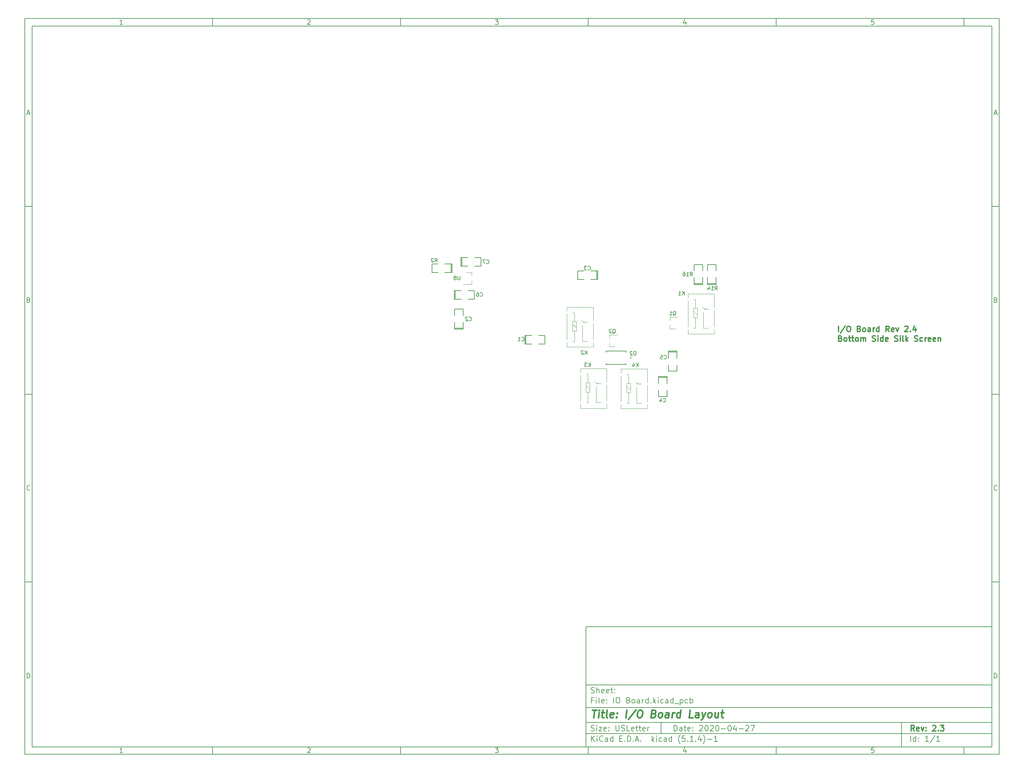
<source format=gbr>
G04 #@! TF.GenerationSoftware,KiCad,Pcbnew,(5.1.4)-1*
G04 #@! TF.CreationDate,2020-05-01T18:49:37-04:00*
G04 #@! TF.ProjectId,IO Board,494f2042-6f61-4726-942e-6b696361645f,2.3*
G04 #@! TF.SameCoordinates,Original*
G04 #@! TF.FileFunction,Legend,Bot*
G04 #@! TF.FilePolarity,Positive*
%FSLAX46Y46*%
G04 Gerber Fmt 4.6, Leading zero omitted, Abs format (unit mm)*
G04 Created by KiCad (PCBNEW (5.1.4)-1) date 2020-05-01 18:49:37*
%MOMM*%
%LPD*%
G04 APERTURE LIST*
%ADD10C,0.100000*%
%ADD11C,0.150000*%
%ADD12C,0.300000*%
%ADD13C,0.400000*%
%ADD14C,0.200000*%
%ADD15C,0.120000*%
%ADD16R,2.200000X2.150000*%
%ADD17R,2.032000X1.524000*%
%ADD18R,0.900000X0.800000*%
%ADD19R,2.660000X0.800000*%
%ADD20C,1.727200*%
%ADD21O,1.727200X1.727200*%
%ADD22O,1.727200X2.032000*%
%ADD23C,1.500000*%
%ADD24R,1.524000X2.032000*%
%ADD25O,1.700000X1.700000*%
%ADD26R,1.700000X1.700000*%
G04 APERTURE END LIST*
D10*
D11*
X159400000Y-171900000D02*
X159400000Y-203900000D01*
X267400000Y-203900000D01*
X267400000Y-171900000D01*
X159400000Y-171900000D01*
D10*
D11*
X10000000Y-10000000D02*
X10000000Y-205900000D01*
X269400000Y-205900000D01*
X269400000Y-10000000D01*
X10000000Y-10000000D01*
D10*
D11*
X12000000Y-12000000D02*
X12000000Y-203900000D01*
X267400000Y-203900000D01*
X267400000Y-12000000D01*
X12000000Y-12000000D01*
D10*
D11*
X60000000Y-12000000D02*
X60000000Y-10000000D01*
D10*
D11*
X110000000Y-12000000D02*
X110000000Y-10000000D01*
D10*
D11*
X160000000Y-12000000D02*
X160000000Y-10000000D01*
D10*
D11*
X210000000Y-12000000D02*
X210000000Y-10000000D01*
D10*
D11*
X260000000Y-12000000D02*
X260000000Y-10000000D01*
D10*
D11*
X36065476Y-11588095D02*
X35322619Y-11588095D01*
X35694047Y-11588095D02*
X35694047Y-10288095D01*
X35570238Y-10473809D01*
X35446428Y-10597619D01*
X35322619Y-10659523D01*
D10*
D11*
X85322619Y-10411904D02*
X85384523Y-10350000D01*
X85508333Y-10288095D01*
X85817857Y-10288095D01*
X85941666Y-10350000D01*
X86003571Y-10411904D01*
X86065476Y-10535714D01*
X86065476Y-10659523D01*
X86003571Y-10845238D01*
X85260714Y-11588095D01*
X86065476Y-11588095D01*
D10*
D11*
X135260714Y-10288095D02*
X136065476Y-10288095D01*
X135632142Y-10783333D01*
X135817857Y-10783333D01*
X135941666Y-10845238D01*
X136003571Y-10907142D01*
X136065476Y-11030952D01*
X136065476Y-11340476D01*
X136003571Y-11464285D01*
X135941666Y-11526190D01*
X135817857Y-11588095D01*
X135446428Y-11588095D01*
X135322619Y-11526190D01*
X135260714Y-11464285D01*
D10*
D11*
X185941666Y-10721428D02*
X185941666Y-11588095D01*
X185632142Y-10226190D02*
X185322619Y-11154761D01*
X186127380Y-11154761D01*
D10*
D11*
X236003571Y-10288095D02*
X235384523Y-10288095D01*
X235322619Y-10907142D01*
X235384523Y-10845238D01*
X235508333Y-10783333D01*
X235817857Y-10783333D01*
X235941666Y-10845238D01*
X236003571Y-10907142D01*
X236065476Y-11030952D01*
X236065476Y-11340476D01*
X236003571Y-11464285D01*
X235941666Y-11526190D01*
X235817857Y-11588095D01*
X235508333Y-11588095D01*
X235384523Y-11526190D01*
X235322619Y-11464285D01*
D10*
D11*
X60000000Y-203900000D02*
X60000000Y-205900000D01*
D10*
D11*
X110000000Y-203900000D02*
X110000000Y-205900000D01*
D10*
D11*
X160000000Y-203900000D02*
X160000000Y-205900000D01*
D10*
D11*
X210000000Y-203900000D02*
X210000000Y-205900000D01*
D10*
D11*
X260000000Y-203900000D02*
X260000000Y-205900000D01*
D10*
D11*
X36065476Y-205488095D02*
X35322619Y-205488095D01*
X35694047Y-205488095D02*
X35694047Y-204188095D01*
X35570238Y-204373809D01*
X35446428Y-204497619D01*
X35322619Y-204559523D01*
D10*
D11*
X85322619Y-204311904D02*
X85384523Y-204250000D01*
X85508333Y-204188095D01*
X85817857Y-204188095D01*
X85941666Y-204250000D01*
X86003571Y-204311904D01*
X86065476Y-204435714D01*
X86065476Y-204559523D01*
X86003571Y-204745238D01*
X85260714Y-205488095D01*
X86065476Y-205488095D01*
D10*
D11*
X135260714Y-204188095D02*
X136065476Y-204188095D01*
X135632142Y-204683333D01*
X135817857Y-204683333D01*
X135941666Y-204745238D01*
X136003571Y-204807142D01*
X136065476Y-204930952D01*
X136065476Y-205240476D01*
X136003571Y-205364285D01*
X135941666Y-205426190D01*
X135817857Y-205488095D01*
X135446428Y-205488095D01*
X135322619Y-205426190D01*
X135260714Y-205364285D01*
D10*
D11*
X185941666Y-204621428D02*
X185941666Y-205488095D01*
X185632142Y-204126190D02*
X185322619Y-205054761D01*
X186127380Y-205054761D01*
D10*
D11*
X236003571Y-204188095D02*
X235384523Y-204188095D01*
X235322619Y-204807142D01*
X235384523Y-204745238D01*
X235508333Y-204683333D01*
X235817857Y-204683333D01*
X235941666Y-204745238D01*
X236003571Y-204807142D01*
X236065476Y-204930952D01*
X236065476Y-205240476D01*
X236003571Y-205364285D01*
X235941666Y-205426190D01*
X235817857Y-205488095D01*
X235508333Y-205488095D01*
X235384523Y-205426190D01*
X235322619Y-205364285D01*
D10*
D11*
X10000000Y-60000000D02*
X12000000Y-60000000D01*
D10*
D11*
X10000000Y-110000000D02*
X12000000Y-110000000D01*
D10*
D11*
X10000000Y-160000000D02*
X12000000Y-160000000D01*
D10*
D11*
X10690476Y-35216666D02*
X11309523Y-35216666D01*
X10566666Y-35588095D02*
X11000000Y-34288095D01*
X11433333Y-35588095D01*
D10*
D11*
X11092857Y-84907142D02*
X11278571Y-84969047D01*
X11340476Y-85030952D01*
X11402380Y-85154761D01*
X11402380Y-85340476D01*
X11340476Y-85464285D01*
X11278571Y-85526190D01*
X11154761Y-85588095D01*
X10659523Y-85588095D01*
X10659523Y-84288095D01*
X11092857Y-84288095D01*
X11216666Y-84350000D01*
X11278571Y-84411904D01*
X11340476Y-84535714D01*
X11340476Y-84659523D01*
X11278571Y-84783333D01*
X11216666Y-84845238D01*
X11092857Y-84907142D01*
X10659523Y-84907142D01*
D10*
D11*
X11402380Y-135464285D02*
X11340476Y-135526190D01*
X11154761Y-135588095D01*
X11030952Y-135588095D01*
X10845238Y-135526190D01*
X10721428Y-135402380D01*
X10659523Y-135278571D01*
X10597619Y-135030952D01*
X10597619Y-134845238D01*
X10659523Y-134597619D01*
X10721428Y-134473809D01*
X10845238Y-134350000D01*
X11030952Y-134288095D01*
X11154761Y-134288095D01*
X11340476Y-134350000D01*
X11402380Y-134411904D01*
D10*
D11*
X10659523Y-185588095D02*
X10659523Y-184288095D01*
X10969047Y-184288095D01*
X11154761Y-184350000D01*
X11278571Y-184473809D01*
X11340476Y-184597619D01*
X11402380Y-184845238D01*
X11402380Y-185030952D01*
X11340476Y-185278571D01*
X11278571Y-185402380D01*
X11154761Y-185526190D01*
X10969047Y-185588095D01*
X10659523Y-185588095D01*
D10*
D11*
X269400000Y-60000000D02*
X267400000Y-60000000D01*
D10*
D11*
X269400000Y-110000000D02*
X267400000Y-110000000D01*
D10*
D11*
X269400000Y-160000000D02*
X267400000Y-160000000D01*
D10*
D11*
X268090476Y-35216666D02*
X268709523Y-35216666D01*
X267966666Y-35588095D02*
X268400000Y-34288095D01*
X268833333Y-35588095D01*
D10*
D11*
X268492857Y-84907142D02*
X268678571Y-84969047D01*
X268740476Y-85030952D01*
X268802380Y-85154761D01*
X268802380Y-85340476D01*
X268740476Y-85464285D01*
X268678571Y-85526190D01*
X268554761Y-85588095D01*
X268059523Y-85588095D01*
X268059523Y-84288095D01*
X268492857Y-84288095D01*
X268616666Y-84350000D01*
X268678571Y-84411904D01*
X268740476Y-84535714D01*
X268740476Y-84659523D01*
X268678571Y-84783333D01*
X268616666Y-84845238D01*
X268492857Y-84907142D01*
X268059523Y-84907142D01*
D10*
D11*
X268802380Y-135464285D02*
X268740476Y-135526190D01*
X268554761Y-135588095D01*
X268430952Y-135588095D01*
X268245238Y-135526190D01*
X268121428Y-135402380D01*
X268059523Y-135278571D01*
X267997619Y-135030952D01*
X267997619Y-134845238D01*
X268059523Y-134597619D01*
X268121428Y-134473809D01*
X268245238Y-134350000D01*
X268430952Y-134288095D01*
X268554761Y-134288095D01*
X268740476Y-134350000D01*
X268802380Y-134411904D01*
D10*
D11*
X268059523Y-185588095D02*
X268059523Y-184288095D01*
X268369047Y-184288095D01*
X268554761Y-184350000D01*
X268678571Y-184473809D01*
X268740476Y-184597619D01*
X268802380Y-184845238D01*
X268802380Y-185030952D01*
X268740476Y-185278571D01*
X268678571Y-185402380D01*
X268554761Y-185526190D01*
X268369047Y-185588095D01*
X268059523Y-185588095D01*
D10*
D11*
X182832142Y-199678571D02*
X182832142Y-198178571D01*
X183189285Y-198178571D01*
X183403571Y-198250000D01*
X183546428Y-198392857D01*
X183617857Y-198535714D01*
X183689285Y-198821428D01*
X183689285Y-199035714D01*
X183617857Y-199321428D01*
X183546428Y-199464285D01*
X183403571Y-199607142D01*
X183189285Y-199678571D01*
X182832142Y-199678571D01*
X184975000Y-199678571D02*
X184975000Y-198892857D01*
X184903571Y-198750000D01*
X184760714Y-198678571D01*
X184475000Y-198678571D01*
X184332142Y-198750000D01*
X184975000Y-199607142D02*
X184832142Y-199678571D01*
X184475000Y-199678571D01*
X184332142Y-199607142D01*
X184260714Y-199464285D01*
X184260714Y-199321428D01*
X184332142Y-199178571D01*
X184475000Y-199107142D01*
X184832142Y-199107142D01*
X184975000Y-199035714D01*
X185475000Y-198678571D02*
X186046428Y-198678571D01*
X185689285Y-198178571D02*
X185689285Y-199464285D01*
X185760714Y-199607142D01*
X185903571Y-199678571D01*
X186046428Y-199678571D01*
X187117857Y-199607142D02*
X186975000Y-199678571D01*
X186689285Y-199678571D01*
X186546428Y-199607142D01*
X186475000Y-199464285D01*
X186475000Y-198892857D01*
X186546428Y-198750000D01*
X186689285Y-198678571D01*
X186975000Y-198678571D01*
X187117857Y-198750000D01*
X187189285Y-198892857D01*
X187189285Y-199035714D01*
X186475000Y-199178571D01*
X187832142Y-199535714D02*
X187903571Y-199607142D01*
X187832142Y-199678571D01*
X187760714Y-199607142D01*
X187832142Y-199535714D01*
X187832142Y-199678571D01*
X187832142Y-198750000D02*
X187903571Y-198821428D01*
X187832142Y-198892857D01*
X187760714Y-198821428D01*
X187832142Y-198750000D01*
X187832142Y-198892857D01*
X189617857Y-198321428D02*
X189689285Y-198250000D01*
X189832142Y-198178571D01*
X190189285Y-198178571D01*
X190332142Y-198250000D01*
X190403571Y-198321428D01*
X190475000Y-198464285D01*
X190475000Y-198607142D01*
X190403571Y-198821428D01*
X189546428Y-199678571D01*
X190475000Y-199678571D01*
X191403571Y-198178571D02*
X191546428Y-198178571D01*
X191689285Y-198250000D01*
X191760714Y-198321428D01*
X191832142Y-198464285D01*
X191903571Y-198750000D01*
X191903571Y-199107142D01*
X191832142Y-199392857D01*
X191760714Y-199535714D01*
X191689285Y-199607142D01*
X191546428Y-199678571D01*
X191403571Y-199678571D01*
X191260714Y-199607142D01*
X191189285Y-199535714D01*
X191117857Y-199392857D01*
X191046428Y-199107142D01*
X191046428Y-198750000D01*
X191117857Y-198464285D01*
X191189285Y-198321428D01*
X191260714Y-198250000D01*
X191403571Y-198178571D01*
X192475000Y-198321428D02*
X192546428Y-198250000D01*
X192689285Y-198178571D01*
X193046428Y-198178571D01*
X193189285Y-198250000D01*
X193260714Y-198321428D01*
X193332142Y-198464285D01*
X193332142Y-198607142D01*
X193260714Y-198821428D01*
X192403571Y-199678571D01*
X193332142Y-199678571D01*
X194260714Y-198178571D02*
X194403571Y-198178571D01*
X194546428Y-198250000D01*
X194617857Y-198321428D01*
X194689285Y-198464285D01*
X194760714Y-198750000D01*
X194760714Y-199107142D01*
X194689285Y-199392857D01*
X194617857Y-199535714D01*
X194546428Y-199607142D01*
X194403571Y-199678571D01*
X194260714Y-199678571D01*
X194117857Y-199607142D01*
X194046428Y-199535714D01*
X193975000Y-199392857D01*
X193903571Y-199107142D01*
X193903571Y-198750000D01*
X193975000Y-198464285D01*
X194046428Y-198321428D01*
X194117857Y-198250000D01*
X194260714Y-198178571D01*
X195403571Y-199107142D02*
X196546428Y-199107142D01*
X197546428Y-198178571D02*
X197689285Y-198178571D01*
X197832142Y-198250000D01*
X197903571Y-198321428D01*
X197975000Y-198464285D01*
X198046428Y-198750000D01*
X198046428Y-199107142D01*
X197975000Y-199392857D01*
X197903571Y-199535714D01*
X197832142Y-199607142D01*
X197689285Y-199678571D01*
X197546428Y-199678571D01*
X197403571Y-199607142D01*
X197332142Y-199535714D01*
X197260714Y-199392857D01*
X197189285Y-199107142D01*
X197189285Y-198750000D01*
X197260714Y-198464285D01*
X197332142Y-198321428D01*
X197403571Y-198250000D01*
X197546428Y-198178571D01*
X199332142Y-198678571D02*
X199332142Y-199678571D01*
X198975000Y-198107142D02*
X198617857Y-199178571D01*
X199546428Y-199178571D01*
X200117857Y-199107142D02*
X201260714Y-199107142D01*
X201903571Y-198321428D02*
X201975000Y-198250000D01*
X202117857Y-198178571D01*
X202475000Y-198178571D01*
X202617857Y-198250000D01*
X202689285Y-198321428D01*
X202760714Y-198464285D01*
X202760714Y-198607142D01*
X202689285Y-198821428D01*
X201832142Y-199678571D01*
X202760714Y-199678571D01*
X203260714Y-198178571D02*
X204260714Y-198178571D01*
X203617857Y-199678571D01*
D10*
D11*
X159400000Y-200400000D02*
X267400000Y-200400000D01*
D10*
D11*
X160832142Y-202478571D02*
X160832142Y-200978571D01*
X161689285Y-202478571D02*
X161046428Y-201621428D01*
X161689285Y-200978571D02*
X160832142Y-201835714D01*
X162332142Y-202478571D02*
X162332142Y-201478571D01*
X162332142Y-200978571D02*
X162260714Y-201050000D01*
X162332142Y-201121428D01*
X162403571Y-201050000D01*
X162332142Y-200978571D01*
X162332142Y-201121428D01*
X163903571Y-202335714D02*
X163832142Y-202407142D01*
X163617857Y-202478571D01*
X163475000Y-202478571D01*
X163260714Y-202407142D01*
X163117857Y-202264285D01*
X163046428Y-202121428D01*
X162975000Y-201835714D01*
X162975000Y-201621428D01*
X163046428Y-201335714D01*
X163117857Y-201192857D01*
X163260714Y-201050000D01*
X163475000Y-200978571D01*
X163617857Y-200978571D01*
X163832142Y-201050000D01*
X163903571Y-201121428D01*
X165189285Y-202478571D02*
X165189285Y-201692857D01*
X165117857Y-201550000D01*
X164975000Y-201478571D01*
X164689285Y-201478571D01*
X164546428Y-201550000D01*
X165189285Y-202407142D02*
X165046428Y-202478571D01*
X164689285Y-202478571D01*
X164546428Y-202407142D01*
X164475000Y-202264285D01*
X164475000Y-202121428D01*
X164546428Y-201978571D01*
X164689285Y-201907142D01*
X165046428Y-201907142D01*
X165189285Y-201835714D01*
X166546428Y-202478571D02*
X166546428Y-200978571D01*
X166546428Y-202407142D02*
X166403571Y-202478571D01*
X166117857Y-202478571D01*
X165975000Y-202407142D01*
X165903571Y-202335714D01*
X165832142Y-202192857D01*
X165832142Y-201764285D01*
X165903571Y-201621428D01*
X165975000Y-201550000D01*
X166117857Y-201478571D01*
X166403571Y-201478571D01*
X166546428Y-201550000D01*
X168403571Y-201692857D02*
X168903571Y-201692857D01*
X169117857Y-202478571D02*
X168403571Y-202478571D01*
X168403571Y-200978571D01*
X169117857Y-200978571D01*
X169760714Y-202335714D02*
X169832142Y-202407142D01*
X169760714Y-202478571D01*
X169689285Y-202407142D01*
X169760714Y-202335714D01*
X169760714Y-202478571D01*
X170475000Y-202478571D02*
X170475000Y-200978571D01*
X170832142Y-200978571D01*
X171046428Y-201050000D01*
X171189285Y-201192857D01*
X171260714Y-201335714D01*
X171332142Y-201621428D01*
X171332142Y-201835714D01*
X171260714Y-202121428D01*
X171189285Y-202264285D01*
X171046428Y-202407142D01*
X170832142Y-202478571D01*
X170475000Y-202478571D01*
X171975000Y-202335714D02*
X172046428Y-202407142D01*
X171975000Y-202478571D01*
X171903571Y-202407142D01*
X171975000Y-202335714D01*
X171975000Y-202478571D01*
X172617857Y-202050000D02*
X173332142Y-202050000D01*
X172475000Y-202478571D02*
X172975000Y-200978571D01*
X173475000Y-202478571D01*
X173975000Y-202335714D02*
X174046428Y-202407142D01*
X173975000Y-202478571D01*
X173903571Y-202407142D01*
X173975000Y-202335714D01*
X173975000Y-202478571D01*
X176975000Y-202478571D02*
X176975000Y-200978571D01*
X177117857Y-201907142D02*
X177546428Y-202478571D01*
X177546428Y-201478571D02*
X176975000Y-202050000D01*
X178189285Y-202478571D02*
X178189285Y-201478571D01*
X178189285Y-200978571D02*
X178117857Y-201050000D01*
X178189285Y-201121428D01*
X178260714Y-201050000D01*
X178189285Y-200978571D01*
X178189285Y-201121428D01*
X179546428Y-202407142D02*
X179403571Y-202478571D01*
X179117857Y-202478571D01*
X178975000Y-202407142D01*
X178903571Y-202335714D01*
X178832142Y-202192857D01*
X178832142Y-201764285D01*
X178903571Y-201621428D01*
X178975000Y-201550000D01*
X179117857Y-201478571D01*
X179403571Y-201478571D01*
X179546428Y-201550000D01*
X180832142Y-202478571D02*
X180832142Y-201692857D01*
X180760714Y-201550000D01*
X180617857Y-201478571D01*
X180332142Y-201478571D01*
X180189285Y-201550000D01*
X180832142Y-202407142D02*
X180689285Y-202478571D01*
X180332142Y-202478571D01*
X180189285Y-202407142D01*
X180117857Y-202264285D01*
X180117857Y-202121428D01*
X180189285Y-201978571D01*
X180332142Y-201907142D01*
X180689285Y-201907142D01*
X180832142Y-201835714D01*
X182189285Y-202478571D02*
X182189285Y-200978571D01*
X182189285Y-202407142D02*
X182046428Y-202478571D01*
X181760714Y-202478571D01*
X181617857Y-202407142D01*
X181546428Y-202335714D01*
X181475000Y-202192857D01*
X181475000Y-201764285D01*
X181546428Y-201621428D01*
X181617857Y-201550000D01*
X181760714Y-201478571D01*
X182046428Y-201478571D01*
X182189285Y-201550000D01*
X184475000Y-203050000D02*
X184403571Y-202978571D01*
X184260714Y-202764285D01*
X184189285Y-202621428D01*
X184117857Y-202407142D01*
X184046428Y-202050000D01*
X184046428Y-201764285D01*
X184117857Y-201407142D01*
X184189285Y-201192857D01*
X184260714Y-201050000D01*
X184403571Y-200835714D01*
X184475000Y-200764285D01*
X185760714Y-200978571D02*
X185046428Y-200978571D01*
X184975000Y-201692857D01*
X185046428Y-201621428D01*
X185189285Y-201550000D01*
X185546428Y-201550000D01*
X185689285Y-201621428D01*
X185760714Y-201692857D01*
X185832142Y-201835714D01*
X185832142Y-202192857D01*
X185760714Y-202335714D01*
X185689285Y-202407142D01*
X185546428Y-202478571D01*
X185189285Y-202478571D01*
X185046428Y-202407142D01*
X184975000Y-202335714D01*
X186475000Y-202335714D02*
X186546428Y-202407142D01*
X186475000Y-202478571D01*
X186403571Y-202407142D01*
X186475000Y-202335714D01*
X186475000Y-202478571D01*
X187975000Y-202478571D02*
X187117857Y-202478571D01*
X187546428Y-202478571D02*
X187546428Y-200978571D01*
X187403571Y-201192857D01*
X187260714Y-201335714D01*
X187117857Y-201407142D01*
X188617857Y-202335714D02*
X188689285Y-202407142D01*
X188617857Y-202478571D01*
X188546428Y-202407142D01*
X188617857Y-202335714D01*
X188617857Y-202478571D01*
X189975000Y-201478571D02*
X189975000Y-202478571D01*
X189617857Y-200907142D02*
X189260714Y-201978571D01*
X190189285Y-201978571D01*
X190617857Y-203050000D02*
X190689285Y-202978571D01*
X190832142Y-202764285D01*
X190903571Y-202621428D01*
X190975000Y-202407142D01*
X191046428Y-202050000D01*
X191046428Y-201764285D01*
X190975000Y-201407142D01*
X190903571Y-201192857D01*
X190832142Y-201050000D01*
X190689285Y-200835714D01*
X190617857Y-200764285D01*
X191760714Y-201907142D02*
X192903571Y-201907142D01*
X194403571Y-202478571D02*
X193546428Y-202478571D01*
X193975000Y-202478571D02*
X193975000Y-200978571D01*
X193832142Y-201192857D01*
X193689285Y-201335714D01*
X193546428Y-201407142D01*
D10*
D11*
X159400000Y-197400000D02*
X267400000Y-197400000D01*
D10*
D12*
X246809285Y-199678571D02*
X246309285Y-198964285D01*
X245952142Y-199678571D02*
X245952142Y-198178571D01*
X246523571Y-198178571D01*
X246666428Y-198250000D01*
X246737857Y-198321428D01*
X246809285Y-198464285D01*
X246809285Y-198678571D01*
X246737857Y-198821428D01*
X246666428Y-198892857D01*
X246523571Y-198964285D01*
X245952142Y-198964285D01*
X248023571Y-199607142D02*
X247880714Y-199678571D01*
X247595000Y-199678571D01*
X247452142Y-199607142D01*
X247380714Y-199464285D01*
X247380714Y-198892857D01*
X247452142Y-198750000D01*
X247595000Y-198678571D01*
X247880714Y-198678571D01*
X248023571Y-198750000D01*
X248095000Y-198892857D01*
X248095000Y-199035714D01*
X247380714Y-199178571D01*
X248595000Y-198678571D02*
X248952142Y-199678571D01*
X249309285Y-198678571D01*
X249880714Y-199535714D02*
X249952142Y-199607142D01*
X249880714Y-199678571D01*
X249809285Y-199607142D01*
X249880714Y-199535714D01*
X249880714Y-199678571D01*
X249880714Y-198750000D02*
X249952142Y-198821428D01*
X249880714Y-198892857D01*
X249809285Y-198821428D01*
X249880714Y-198750000D01*
X249880714Y-198892857D01*
X251666428Y-198321428D02*
X251737857Y-198250000D01*
X251880714Y-198178571D01*
X252237857Y-198178571D01*
X252380714Y-198250000D01*
X252452142Y-198321428D01*
X252523571Y-198464285D01*
X252523571Y-198607142D01*
X252452142Y-198821428D01*
X251595000Y-199678571D01*
X252523571Y-199678571D01*
X253166428Y-199535714D02*
X253237857Y-199607142D01*
X253166428Y-199678571D01*
X253095000Y-199607142D01*
X253166428Y-199535714D01*
X253166428Y-199678571D01*
X253737857Y-198178571D02*
X254666428Y-198178571D01*
X254166428Y-198750000D01*
X254380714Y-198750000D01*
X254523571Y-198821428D01*
X254595000Y-198892857D01*
X254666428Y-199035714D01*
X254666428Y-199392857D01*
X254595000Y-199535714D01*
X254523571Y-199607142D01*
X254380714Y-199678571D01*
X253952142Y-199678571D01*
X253809285Y-199607142D01*
X253737857Y-199535714D01*
D10*
D11*
X160760714Y-199607142D02*
X160975000Y-199678571D01*
X161332142Y-199678571D01*
X161475000Y-199607142D01*
X161546428Y-199535714D01*
X161617857Y-199392857D01*
X161617857Y-199250000D01*
X161546428Y-199107142D01*
X161475000Y-199035714D01*
X161332142Y-198964285D01*
X161046428Y-198892857D01*
X160903571Y-198821428D01*
X160832142Y-198750000D01*
X160760714Y-198607142D01*
X160760714Y-198464285D01*
X160832142Y-198321428D01*
X160903571Y-198250000D01*
X161046428Y-198178571D01*
X161403571Y-198178571D01*
X161617857Y-198250000D01*
X162260714Y-199678571D02*
X162260714Y-198678571D01*
X162260714Y-198178571D02*
X162189285Y-198250000D01*
X162260714Y-198321428D01*
X162332142Y-198250000D01*
X162260714Y-198178571D01*
X162260714Y-198321428D01*
X162832142Y-198678571D02*
X163617857Y-198678571D01*
X162832142Y-199678571D01*
X163617857Y-199678571D01*
X164760714Y-199607142D02*
X164617857Y-199678571D01*
X164332142Y-199678571D01*
X164189285Y-199607142D01*
X164117857Y-199464285D01*
X164117857Y-198892857D01*
X164189285Y-198750000D01*
X164332142Y-198678571D01*
X164617857Y-198678571D01*
X164760714Y-198750000D01*
X164832142Y-198892857D01*
X164832142Y-199035714D01*
X164117857Y-199178571D01*
X165475000Y-199535714D02*
X165546428Y-199607142D01*
X165475000Y-199678571D01*
X165403571Y-199607142D01*
X165475000Y-199535714D01*
X165475000Y-199678571D01*
X165475000Y-198750000D02*
X165546428Y-198821428D01*
X165475000Y-198892857D01*
X165403571Y-198821428D01*
X165475000Y-198750000D01*
X165475000Y-198892857D01*
X167332142Y-198178571D02*
X167332142Y-199392857D01*
X167403571Y-199535714D01*
X167475000Y-199607142D01*
X167617857Y-199678571D01*
X167903571Y-199678571D01*
X168046428Y-199607142D01*
X168117857Y-199535714D01*
X168189285Y-199392857D01*
X168189285Y-198178571D01*
X168832142Y-199607142D02*
X169046428Y-199678571D01*
X169403571Y-199678571D01*
X169546428Y-199607142D01*
X169617857Y-199535714D01*
X169689285Y-199392857D01*
X169689285Y-199250000D01*
X169617857Y-199107142D01*
X169546428Y-199035714D01*
X169403571Y-198964285D01*
X169117857Y-198892857D01*
X168975000Y-198821428D01*
X168903571Y-198750000D01*
X168832142Y-198607142D01*
X168832142Y-198464285D01*
X168903571Y-198321428D01*
X168975000Y-198250000D01*
X169117857Y-198178571D01*
X169475000Y-198178571D01*
X169689285Y-198250000D01*
X171046428Y-199678571D02*
X170332142Y-199678571D01*
X170332142Y-198178571D01*
X172117857Y-199607142D02*
X171975000Y-199678571D01*
X171689285Y-199678571D01*
X171546428Y-199607142D01*
X171475000Y-199464285D01*
X171475000Y-198892857D01*
X171546428Y-198750000D01*
X171689285Y-198678571D01*
X171975000Y-198678571D01*
X172117857Y-198750000D01*
X172189285Y-198892857D01*
X172189285Y-199035714D01*
X171475000Y-199178571D01*
X172617857Y-198678571D02*
X173189285Y-198678571D01*
X172832142Y-198178571D02*
X172832142Y-199464285D01*
X172903571Y-199607142D01*
X173046428Y-199678571D01*
X173189285Y-199678571D01*
X173475000Y-198678571D02*
X174046428Y-198678571D01*
X173689285Y-198178571D02*
X173689285Y-199464285D01*
X173760714Y-199607142D01*
X173903571Y-199678571D01*
X174046428Y-199678571D01*
X175117857Y-199607142D02*
X174975000Y-199678571D01*
X174689285Y-199678571D01*
X174546428Y-199607142D01*
X174475000Y-199464285D01*
X174475000Y-198892857D01*
X174546428Y-198750000D01*
X174689285Y-198678571D01*
X174975000Y-198678571D01*
X175117857Y-198750000D01*
X175189285Y-198892857D01*
X175189285Y-199035714D01*
X174475000Y-199178571D01*
X175832142Y-199678571D02*
X175832142Y-198678571D01*
X175832142Y-198964285D02*
X175903571Y-198821428D01*
X175975000Y-198750000D01*
X176117857Y-198678571D01*
X176260714Y-198678571D01*
D10*
D11*
X245832142Y-202478571D02*
X245832142Y-200978571D01*
X247189285Y-202478571D02*
X247189285Y-200978571D01*
X247189285Y-202407142D02*
X247046428Y-202478571D01*
X246760714Y-202478571D01*
X246617857Y-202407142D01*
X246546428Y-202335714D01*
X246475000Y-202192857D01*
X246475000Y-201764285D01*
X246546428Y-201621428D01*
X246617857Y-201550000D01*
X246760714Y-201478571D01*
X247046428Y-201478571D01*
X247189285Y-201550000D01*
X247903571Y-202335714D02*
X247975000Y-202407142D01*
X247903571Y-202478571D01*
X247832142Y-202407142D01*
X247903571Y-202335714D01*
X247903571Y-202478571D01*
X247903571Y-201550000D02*
X247975000Y-201621428D01*
X247903571Y-201692857D01*
X247832142Y-201621428D01*
X247903571Y-201550000D01*
X247903571Y-201692857D01*
X250546428Y-202478571D02*
X249689285Y-202478571D01*
X250117857Y-202478571D02*
X250117857Y-200978571D01*
X249975000Y-201192857D01*
X249832142Y-201335714D01*
X249689285Y-201407142D01*
X252260714Y-200907142D02*
X250975000Y-202835714D01*
X253546428Y-202478571D02*
X252689285Y-202478571D01*
X253117857Y-202478571D02*
X253117857Y-200978571D01*
X252975000Y-201192857D01*
X252832142Y-201335714D01*
X252689285Y-201407142D01*
D10*
D11*
X159400000Y-193400000D02*
X267400000Y-193400000D01*
D10*
D13*
X161112380Y-194104761D02*
X162255238Y-194104761D01*
X161433809Y-196104761D02*
X161683809Y-194104761D01*
X162671904Y-196104761D02*
X162838571Y-194771428D01*
X162921904Y-194104761D02*
X162814761Y-194200000D01*
X162898095Y-194295238D01*
X163005238Y-194200000D01*
X162921904Y-194104761D01*
X162898095Y-194295238D01*
X163505238Y-194771428D02*
X164267142Y-194771428D01*
X163874285Y-194104761D02*
X163660000Y-195819047D01*
X163731428Y-196009523D01*
X163910000Y-196104761D01*
X164100476Y-196104761D01*
X165052857Y-196104761D02*
X164874285Y-196009523D01*
X164802857Y-195819047D01*
X165017142Y-194104761D01*
X166588571Y-196009523D02*
X166386190Y-196104761D01*
X166005238Y-196104761D01*
X165826666Y-196009523D01*
X165755238Y-195819047D01*
X165850476Y-195057142D01*
X165969523Y-194866666D01*
X166171904Y-194771428D01*
X166552857Y-194771428D01*
X166731428Y-194866666D01*
X166802857Y-195057142D01*
X166779047Y-195247619D01*
X165802857Y-195438095D01*
X167552857Y-195914285D02*
X167636190Y-196009523D01*
X167529047Y-196104761D01*
X167445714Y-196009523D01*
X167552857Y-195914285D01*
X167529047Y-196104761D01*
X167683809Y-194866666D02*
X167767142Y-194961904D01*
X167660000Y-195057142D01*
X167576666Y-194961904D01*
X167683809Y-194866666D01*
X167660000Y-195057142D01*
X170005238Y-196104761D02*
X170255238Y-194104761D01*
X172648095Y-194009523D02*
X170612380Y-196580952D01*
X173683809Y-194104761D02*
X174064761Y-194104761D01*
X174243333Y-194200000D01*
X174410000Y-194390476D01*
X174457619Y-194771428D01*
X174374285Y-195438095D01*
X174231428Y-195819047D01*
X174017142Y-196009523D01*
X173814761Y-196104761D01*
X173433809Y-196104761D01*
X173255238Y-196009523D01*
X173088571Y-195819047D01*
X173040952Y-195438095D01*
X173124285Y-194771428D01*
X173267142Y-194390476D01*
X173481428Y-194200000D01*
X173683809Y-194104761D01*
X177469523Y-195057142D02*
X177743333Y-195152380D01*
X177826666Y-195247619D01*
X177898095Y-195438095D01*
X177862380Y-195723809D01*
X177743333Y-195914285D01*
X177636190Y-196009523D01*
X177433809Y-196104761D01*
X176671904Y-196104761D01*
X176921904Y-194104761D01*
X177588571Y-194104761D01*
X177767142Y-194200000D01*
X177850476Y-194295238D01*
X177921904Y-194485714D01*
X177898095Y-194676190D01*
X177779047Y-194866666D01*
X177671904Y-194961904D01*
X177469523Y-195057142D01*
X176802857Y-195057142D01*
X178957619Y-196104761D02*
X178779047Y-196009523D01*
X178695714Y-195914285D01*
X178624285Y-195723809D01*
X178695714Y-195152380D01*
X178814761Y-194961904D01*
X178921904Y-194866666D01*
X179124285Y-194771428D01*
X179410000Y-194771428D01*
X179588571Y-194866666D01*
X179671904Y-194961904D01*
X179743333Y-195152380D01*
X179671904Y-195723809D01*
X179552857Y-195914285D01*
X179445714Y-196009523D01*
X179243333Y-196104761D01*
X178957619Y-196104761D01*
X181338571Y-196104761D02*
X181469523Y-195057142D01*
X181398095Y-194866666D01*
X181219523Y-194771428D01*
X180838571Y-194771428D01*
X180636190Y-194866666D01*
X181350476Y-196009523D02*
X181148095Y-196104761D01*
X180671904Y-196104761D01*
X180493333Y-196009523D01*
X180421904Y-195819047D01*
X180445714Y-195628571D01*
X180564761Y-195438095D01*
X180767142Y-195342857D01*
X181243333Y-195342857D01*
X181445714Y-195247619D01*
X182290952Y-196104761D02*
X182457619Y-194771428D01*
X182410000Y-195152380D02*
X182529047Y-194961904D01*
X182636190Y-194866666D01*
X182838571Y-194771428D01*
X183029047Y-194771428D01*
X184386190Y-196104761D02*
X184636190Y-194104761D01*
X184398095Y-196009523D02*
X184195714Y-196104761D01*
X183814761Y-196104761D01*
X183636190Y-196009523D01*
X183552857Y-195914285D01*
X183481428Y-195723809D01*
X183552857Y-195152380D01*
X183671904Y-194961904D01*
X183779047Y-194866666D01*
X183981428Y-194771428D01*
X184362380Y-194771428D01*
X184540952Y-194866666D01*
X187814761Y-196104761D02*
X186862380Y-196104761D01*
X187112380Y-194104761D01*
X189338571Y-196104761D02*
X189469523Y-195057142D01*
X189398095Y-194866666D01*
X189219523Y-194771428D01*
X188838571Y-194771428D01*
X188636190Y-194866666D01*
X189350476Y-196009523D02*
X189148095Y-196104761D01*
X188671904Y-196104761D01*
X188493333Y-196009523D01*
X188421904Y-195819047D01*
X188445714Y-195628571D01*
X188564761Y-195438095D01*
X188767142Y-195342857D01*
X189243333Y-195342857D01*
X189445714Y-195247619D01*
X190267142Y-194771428D02*
X190576666Y-196104761D01*
X191219523Y-194771428D02*
X190576666Y-196104761D01*
X190326666Y-196580952D01*
X190219523Y-196676190D01*
X190017142Y-196771428D01*
X192100476Y-196104761D02*
X191921904Y-196009523D01*
X191838571Y-195914285D01*
X191767142Y-195723809D01*
X191838571Y-195152380D01*
X191957619Y-194961904D01*
X192064761Y-194866666D01*
X192267142Y-194771428D01*
X192552857Y-194771428D01*
X192731428Y-194866666D01*
X192814761Y-194961904D01*
X192886190Y-195152380D01*
X192814761Y-195723809D01*
X192695714Y-195914285D01*
X192588571Y-196009523D01*
X192386190Y-196104761D01*
X192100476Y-196104761D01*
X194648095Y-194771428D02*
X194481428Y-196104761D01*
X193790952Y-194771428D02*
X193660000Y-195819047D01*
X193731428Y-196009523D01*
X193910000Y-196104761D01*
X194195714Y-196104761D01*
X194398095Y-196009523D01*
X194505238Y-195914285D01*
X195314761Y-194771428D02*
X196076666Y-194771428D01*
X195683809Y-194104761D02*
X195469523Y-195819047D01*
X195540952Y-196009523D01*
X195719523Y-196104761D01*
X195910000Y-196104761D01*
D10*
D11*
X161332142Y-191492857D02*
X160832142Y-191492857D01*
X160832142Y-192278571D02*
X160832142Y-190778571D01*
X161546428Y-190778571D01*
X162117857Y-192278571D02*
X162117857Y-191278571D01*
X162117857Y-190778571D02*
X162046428Y-190850000D01*
X162117857Y-190921428D01*
X162189285Y-190850000D01*
X162117857Y-190778571D01*
X162117857Y-190921428D01*
X163046428Y-192278571D02*
X162903571Y-192207142D01*
X162832142Y-192064285D01*
X162832142Y-190778571D01*
X164189285Y-192207142D02*
X164046428Y-192278571D01*
X163760714Y-192278571D01*
X163617857Y-192207142D01*
X163546428Y-192064285D01*
X163546428Y-191492857D01*
X163617857Y-191350000D01*
X163760714Y-191278571D01*
X164046428Y-191278571D01*
X164189285Y-191350000D01*
X164260714Y-191492857D01*
X164260714Y-191635714D01*
X163546428Y-191778571D01*
X164903571Y-192135714D02*
X164975000Y-192207142D01*
X164903571Y-192278571D01*
X164832142Y-192207142D01*
X164903571Y-192135714D01*
X164903571Y-192278571D01*
X164903571Y-191350000D02*
X164975000Y-191421428D01*
X164903571Y-191492857D01*
X164832142Y-191421428D01*
X164903571Y-191350000D01*
X164903571Y-191492857D01*
X166760714Y-192278571D02*
X166760714Y-190778571D01*
X167760714Y-190778571D02*
X168046428Y-190778571D01*
X168189285Y-190850000D01*
X168332142Y-190992857D01*
X168403571Y-191278571D01*
X168403571Y-191778571D01*
X168332142Y-192064285D01*
X168189285Y-192207142D01*
X168046428Y-192278571D01*
X167760714Y-192278571D01*
X167617857Y-192207142D01*
X167475000Y-192064285D01*
X167403571Y-191778571D01*
X167403571Y-191278571D01*
X167475000Y-190992857D01*
X167617857Y-190850000D01*
X167760714Y-190778571D01*
X170689285Y-191492857D02*
X170903571Y-191564285D01*
X170975000Y-191635714D01*
X171046428Y-191778571D01*
X171046428Y-191992857D01*
X170975000Y-192135714D01*
X170903571Y-192207142D01*
X170760714Y-192278571D01*
X170189285Y-192278571D01*
X170189285Y-190778571D01*
X170689285Y-190778571D01*
X170832142Y-190850000D01*
X170903571Y-190921428D01*
X170975000Y-191064285D01*
X170975000Y-191207142D01*
X170903571Y-191350000D01*
X170832142Y-191421428D01*
X170689285Y-191492857D01*
X170189285Y-191492857D01*
X171903571Y-192278571D02*
X171760714Y-192207142D01*
X171689285Y-192135714D01*
X171617857Y-191992857D01*
X171617857Y-191564285D01*
X171689285Y-191421428D01*
X171760714Y-191350000D01*
X171903571Y-191278571D01*
X172117857Y-191278571D01*
X172260714Y-191350000D01*
X172332142Y-191421428D01*
X172403571Y-191564285D01*
X172403571Y-191992857D01*
X172332142Y-192135714D01*
X172260714Y-192207142D01*
X172117857Y-192278571D01*
X171903571Y-192278571D01*
X173689285Y-192278571D02*
X173689285Y-191492857D01*
X173617857Y-191350000D01*
X173475000Y-191278571D01*
X173189285Y-191278571D01*
X173046428Y-191350000D01*
X173689285Y-192207142D02*
X173546428Y-192278571D01*
X173189285Y-192278571D01*
X173046428Y-192207142D01*
X172975000Y-192064285D01*
X172975000Y-191921428D01*
X173046428Y-191778571D01*
X173189285Y-191707142D01*
X173546428Y-191707142D01*
X173689285Y-191635714D01*
X174403571Y-192278571D02*
X174403571Y-191278571D01*
X174403571Y-191564285D02*
X174475000Y-191421428D01*
X174546428Y-191350000D01*
X174689285Y-191278571D01*
X174832142Y-191278571D01*
X175975000Y-192278571D02*
X175975000Y-190778571D01*
X175975000Y-192207142D02*
X175832142Y-192278571D01*
X175546428Y-192278571D01*
X175403571Y-192207142D01*
X175332142Y-192135714D01*
X175260714Y-191992857D01*
X175260714Y-191564285D01*
X175332142Y-191421428D01*
X175403571Y-191350000D01*
X175546428Y-191278571D01*
X175832142Y-191278571D01*
X175975000Y-191350000D01*
X176689285Y-192135714D02*
X176760714Y-192207142D01*
X176689285Y-192278571D01*
X176617857Y-192207142D01*
X176689285Y-192135714D01*
X176689285Y-192278571D01*
X177403571Y-192278571D02*
X177403571Y-190778571D01*
X177546428Y-191707142D02*
X177975000Y-192278571D01*
X177975000Y-191278571D02*
X177403571Y-191850000D01*
X178617857Y-192278571D02*
X178617857Y-191278571D01*
X178617857Y-190778571D02*
X178546428Y-190850000D01*
X178617857Y-190921428D01*
X178689285Y-190850000D01*
X178617857Y-190778571D01*
X178617857Y-190921428D01*
X179975000Y-192207142D02*
X179832142Y-192278571D01*
X179546428Y-192278571D01*
X179403571Y-192207142D01*
X179332142Y-192135714D01*
X179260714Y-191992857D01*
X179260714Y-191564285D01*
X179332142Y-191421428D01*
X179403571Y-191350000D01*
X179546428Y-191278571D01*
X179832142Y-191278571D01*
X179975000Y-191350000D01*
X181260714Y-192278571D02*
X181260714Y-191492857D01*
X181189285Y-191350000D01*
X181046428Y-191278571D01*
X180760714Y-191278571D01*
X180617857Y-191350000D01*
X181260714Y-192207142D02*
X181117857Y-192278571D01*
X180760714Y-192278571D01*
X180617857Y-192207142D01*
X180546428Y-192064285D01*
X180546428Y-191921428D01*
X180617857Y-191778571D01*
X180760714Y-191707142D01*
X181117857Y-191707142D01*
X181260714Y-191635714D01*
X182617857Y-192278571D02*
X182617857Y-190778571D01*
X182617857Y-192207142D02*
X182475000Y-192278571D01*
X182189285Y-192278571D01*
X182046428Y-192207142D01*
X181975000Y-192135714D01*
X181903571Y-191992857D01*
X181903571Y-191564285D01*
X181975000Y-191421428D01*
X182046428Y-191350000D01*
X182189285Y-191278571D01*
X182475000Y-191278571D01*
X182617857Y-191350000D01*
X182975000Y-192421428D02*
X184117857Y-192421428D01*
X184475000Y-191278571D02*
X184475000Y-192778571D01*
X184475000Y-191350000D02*
X184617857Y-191278571D01*
X184903571Y-191278571D01*
X185046428Y-191350000D01*
X185117857Y-191421428D01*
X185189285Y-191564285D01*
X185189285Y-191992857D01*
X185117857Y-192135714D01*
X185046428Y-192207142D01*
X184903571Y-192278571D01*
X184617857Y-192278571D01*
X184475000Y-192207142D01*
X186475000Y-192207142D02*
X186332142Y-192278571D01*
X186046428Y-192278571D01*
X185903571Y-192207142D01*
X185832142Y-192135714D01*
X185760714Y-191992857D01*
X185760714Y-191564285D01*
X185832142Y-191421428D01*
X185903571Y-191350000D01*
X186046428Y-191278571D01*
X186332142Y-191278571D01*
X186475000Y-191350000D01*
X187117857Y-192278571D02*
X187117857Y-190778571D01*
X187117857Y-191350000D02*
X187260714Y-191278571D01*
X187546428Y-191278571D01*
X187689285Y-191350000D01*
X187760714Y-191421428D01*
X187832142Y-191564285D01*
X187832142Y-191992857D01*
X187760714Y-192135714D01*
X187689285Y-192207142D01*
X187546428Y-192278571D01*
X187260714Y-192278571D01*
X187117857Y-192207142D01*
D10*
D11*
X159400000Y-187400000D02*
X267400000Y-187400000D01*
D10*
D11*
X160760714Y-189507142D02*
X160975000Y-189578571D01*
X161332142Y-189578571D01*
X161475000Y-189507142D01*
X161546428Y-189435714D01*
X161617857Y-189292857D01*
X161617857Y-189150000D01*
X161546428Y-189007142D01*
X161475000Y-188935714D01*
X161332142Y-188864285D01*
X161046428Y-188792857D01*
X160903571Y-188721428D01*
X160832142Y-188650000D01*
X160760714Y-188507142D01*
X160760714Y-188364285D01*
X160832142Y-188221428D01*
X160903571Y-188150000D01*
X161046428Y-188078571D01*
X161403571Y-188078571D01*
X161617857Y-188150000D01*
X162260714Y-189578571D02*
X162260714Y-188078571D01*
X162903571Y-189578571D02*
X162903571Y-188792857D01*
X162832142Y-188650000D01*
X162689285Y-188578571D01*
X162475000Y-188578571D01*
X162332142Y-188650000D01*
X162260714Y-188721428D01*
X164189285Y-189507142D02*
X164046428Y-189578571D01*
X163760714Y-189578571D01*
X163617857Y-189507142D01*
X163546428Y-189364285D01*
X163546428Y-188792857D01*
X163617857Y-188650000D01*
X163760714Y-188578571D01*
X164046428Y-188578571D01*
X164189285Y-188650000D01*
X164260714Y-188792857D01*
X164260714Y-188935714D01*
X163546428Y-189078571D01*
X165475000Y-189507142D02*
X165332142Y-189578571D01*
X165046428Y-189578571D01*
X164903571Y-189507142D01*
X164832142Y-189364285D01*
X164832142Y-188792857D01*
X164903571Y-188650000D01*
X165046428Y-188578571D01*
X165332142Y-188578571D01*
X165475000Y-188650000D01*
X165546428Y-188792857D01*
X165546428Y-188935714D01*
X164832142Y-189078571D01*
X165975000Y-188578571D02*
X166546428Y-188578571D01*
X166189285Y-188078571D02*
X166189285Y-189364285D01*
X166260714Y-189507142D01*
X166403571Y-189578571D01*
X166546428Y-189578571D01*
X167046428Y-189435714D02*
X167117857Y-189507142D01*
X167046428Y-189578571D01*
X166975000Y-189507142D01*
X167046428Y-189435714D01*
X167046428Y-189578571D01*
X167046428Y-188650000D02*
X167117857Y-188721428D01*
X167046428Y-188792857D01*
X166975000Y-188721428D01*
X167046428Y-188650000D01*
X167046428Y-188792857D01*
D10*
D11*
X179400000Y-197400000D02*
X179400000Y-200400000D01*
D10*
D11*
X243400000Y-197400000D02*
X243400000Y-203900000D01*
D12*
X226612142Y-93383571D02*
X226612142Y-91883571D01*
X228397857Y-91812142D02*
X227112142Y-93740714D01*
X229183571Y-91883571D02*
X229469285Y-91883571D01*
X229612142Y-91955000D01*
X229755000Y-92097857D01*
X229826428Y-92383571D01*
X229826428Y-92883571D01*
X229755000Y-93169285D01*
X229612142Y-93312142D01*
X229469285Y-93383571D01*
X229183571Y-93383571D01*
X229040714Y-93312142D01*
X228897857Y-93169285D01*
X228826428Y-92883571D01*
X228826428Y-92383571D01*
X228897857Y-92097857D01*
X229040714Y-91955000D01*
X229183571Y-91883571D01*
X232112142Y-92597857D02*
X232326428Y-92669285D01*
X232397857Y-92740714D01*
X232469285Y-92883571D01*
X232469285Y-93097857D01*
X232397857Y-93240714D01*
X232326428Y-93312142D01*
X232183571Y-93383571D01*
X231612142Y-93383571D01*
X231612142Y-91883571D01*
X232112142Y-91883571D01*
X232255000Y-91955000D01*
X232326428Y-92026428D01*
X232397857Y-92169285D01*
X232397857Y-92312142D01*
X232326428Y-92455000D01*
X232255000Y-92526428D01*
X232112142Y-92597857D01*
X231612142Y-92597857D01*
X233326428Y-93383571D02*
X233183571Y-93312142D01*
X233112142Y-93240714D01*
X233040714Y-93097857D01*
X233040714Y-92669285D01*
X233112142Y-92526428D01*
X233183571Y-92455000D01*
X233326428Y-92383571D01*
X233540714Y-92383571D01*
X233683571Y-92455000D01*
X233755000Y-92526428D01*
X233826428Y-92669285D01*
X233826428Y-93097857D01*
X233755000Y-93240714D01*
X233683571Y-93312142D01*
X233540714Y-93383571D01*
X233326428Y-93383571D01*
X235112142Y-93383571D02*
X235112142Y-92597857D01*
X235040714Y-92455000D01*
X234897857Y-92383571D01*
X234612142Y-92383571D01*
X234469285Y-92455000D01*
X235112142Y-93312142D02*
X234969285Y-93383571D01*
X234612142Y-93383571D01*
X234469285Y-93312142D01*
X234397857Y-93169285D01*
X234397857Y-93026428D01*
X234469285Y-92883571D01*
X234612142Y-92812142D01*
X234969285Y-92812142D01*
X235112142Y-92740714D01*
X235826428Y-93383571D02*
X235826428Y-92383571D01*
X235826428Y-92669285D02*
X235897857Y-92526428D01*
X235969285Y-92455000D01*
X236112142Y-92383571D01*
X236255000Y-92383571D01*
X237397857Y-93383571D02*
X237397857Y-91883571D01*
X237397857Y-93312142D02*
X237255000Y-93383571D01*
X236969285Y-93383571D01*
X236826428Y-93312142D01*
X236755000Y-93240714D01*
X236683571Y-93097857D01*
X236683571Y-92669285D01*
X236755000Y-92526428D01*
X236826428Y-92455000D01*
X236969285Y-92383571D01*
X237255000Y-92383571D01*
X237397857Y-92455000D01*
X240112142Y-93383571D02*
X239612142Y-92669285D01*
X239255000Y-93383571D02*
X239255000Y-91883571D01*
X239826428Y-91883571D01*
X239969285Y-91955000D01*
X240040714Y-92026428D01*
X240112142Y-92169285D01*
X240112142Y-92383571D01*
X240040714Y-92526428D01*
X239969285Y-92597857D01*
X239826428Y-92669285D01*
X239255000Y-92669285D01*
X241326428Y-93312142D02*
X241183571Y-93383571D01*
X240897857Y-93383571D01*
X240755000Y-93312142D01*
X240683571Y-93169285D01*
X240683571Y-92597857D01*
X240755000Y-92455000D01*
X240897857Y-92383571D01*
X241183571Y-92383571D01*
X241326428Y-92455000D01*
X241397857Y-92597857D01*
X241397857Y-92740714D01*
X240683571Y-92883571D01*
X241897857Y-92383571D02*
X242255000Y-93383571D01*
X242612142Y-92383571D01*
X244255000Y-92026428D02*
X244326428Y-91955000D01*
X244469285Y-91883571D01*
X244826428Y-91883571D01*
X244969285Y-91955000D01*
X245040714Y-92026428D01*
X245112142Y-92169285D01*
X245112142Y-92312142D01*
X245040714Y-92526428D01*
X244183571Y-93383571D01*
X245112142Y-93383571D01*
X245755000Y-93240714D02*
X245826428Y-93312142D01*
X245755000Y-93383571D01*
X245683571Y-93312142D01*
X245755000Y-93240714D01*
X245755000Y-93383571D01*
X247112142Y-92383571D02*
X247112142Y-93383571D01*
X246755000Y-91812142D02*
X246397857Y-92883571D01*
X247326428Y-92883571D01*
X227112142Y-95147857D02*
X227326428Y-95219285D01*
X227397857Y-95290714D01*
X227469285Y-95433571D01*
X227469285Y-95647857D01*
X227397857Y-95790714D01*
X227326428Y-95862142D01*
X227183571Y-95933571D01*
X226612142Y-95933571D01*
X226612142Y-94433571D01*
X227112142Y-94433571D01*
X227255000Y-94505000D01*
X227326428Y-94576428D01*
X227397857Y-94719285D01*
X227397857Y-94862142D01*
X227326428Y-95005000D01*
X227255000Y-95076428D01*
X227112142Y-95147857D01*
X226612142Y-95147857D01*
X228326428Y-95933571D02*
X228183571Y-95862142D01*
X228112142Y-95790714D01*
X228040714Y-95647857D01*
X228040714Y-95219285D01*
X228112142Y-95076428D01*
X228183571Y-95005000D01*
X228326428Y-94933571D01*
X228540714Y-94933571D01*
X228683571Y-95005000D01*
X228755000Y-95076428D01*
X228826428Y-95219285D01*
X228826428Y-95647857D01*
X228755000Y-95790714D01*
X228683571Y-95862142D01*
X228540714Y-95933571D01*
X228326428Y-95933571D01*
X229255000Y-94933571D02*
X229826428Y-94933571D01*
X229469285Y-94433571D02*
X229469285Y-95719285D01*
X229540714Y-95862142D01*
X229683571Y-95933571D01*
X229826428Y-95933571D01*
X230112142Y-94933571D02*
X230683571Y-94933571D01*
X230326428Y-94433571D02*
X230326428Y-95719285D01*
X230397857Y-95862142D01*
X230540714Y-95933571D01*
X230683571Y-95933571D01*
X231397857Y-95933571D02*
X231255000Y-95862142D01*
X231183571Y-95790714D01*
X231112142Y-95647857D01*
X231112142Y-95219285D01*
X231183571Y-95076428D01*
X231255000Y-95005000D01*
X231397857Y-94933571D01*
X231612142Y-94933571D01*
X231755000Y-95005000D01*
X231826428Y-95076428D01*
X231897857Y-95219285D01*
X231897857Y-95647857D01*
X231826428Y-95790714D01*
X231755000Y-95862142D01*
X231612142Y-95933571D01*
X231397857Y-95933571D01*
X232540714Y-95933571D02*
X232540714Y-94933571D01*
X232540714Y-95076428D02*
X232612142Y-95005000D01*
X232755000Y-94933571D01*
X232969285Y-94933571D01*
X233112142Y-95005000D01*
X233183571Y-95147857D01*
X233183571Y-95933571D01*
X233183571Y-95147857D02*
X233255000Y-95005000D01*
X233397857Y-94933571D01*
X233612142Y-94933571D01*
X233755000Y-95005000D01*
X233826428Y-95147857D01*
X233826428Y-95933571D01*
X235612142Y-95862142D02*
X235826428Y-95933571D01*
X236183571Y-95933571D01*
X236326428Y-95862142D01*
X236397857Y-95790714D01*
X236469285Y-95647857D01*
X236469285Y-95505000D01*
X236397857Y-95362142D01*
X236326428Y-95290714D01*
X236183571Y-95219285D01*
X235897857Y-95147857D01*
X235755000Y-95076428D01*
X235683571Y-95005000D01*
X235612142Y-94862142D01*
X235612142Y-94719285D01*
X235683571Y-94576428D01*
X235755000Y-94505000D01*
X235897857Y-94433571D01*
X236255000Y-94433571D01*
X236469285Y-94505000D01*
X237112142Y-95933571D02*
X237112142Y-94933571D01*
X237112142Y-94433571D02*
X237040714Y-94505000D01*
X237112142Y-94576428D01*
X237183571Y-94505000D01*
X237112142Y-94433571D01*
X237112142Y-94576428D01*
X238469285Y-95933571D02*
X238469285Y-94433571D01*
X238469285Y-95862142D02*
X238326428Y-95933571D01*
X238040714Y-95933571D01*
X237897857Y-95862142D01*
X237826428Y-95790714D01*
X237755000Y-95647857D01*
X237755000Y-95219285D01*
X237826428Y-95076428D01*
X237897857Y-95005000D01*
X238040714Y-94933571D01*
X238326428Y-94933571D01*
X238469285Y-95005000D01*
X239755000Y-95862142D02*
X239612142Y-95933571D01*
X239326428Y-95933571D01*
X239183571Y-95862142D01*
X239112142Y-95719285D01*
X239112142Y-95147857D01*
X239183571Y-95005000D01*
X239326428Y-94933571D01*
X239612142Y-94933571D01*
X239755000Y-95005000D01*
X239826428Y-95147857D01*
X239826428Y-95290714D01*
X239112142Y-95433571D01*
X241540714Y-95862142D02*
X241755000Y-95933571D01*
X242112142Y-95933571D01*
X242255000Y-95862142D01*
X242326428Y-95790714D01*
X242397857Y-95647857D01*
X242397857Y-95505000D01*
X242326428Y-95362142D01*
X242255000Y-95290714D01*
X242112142Y-95219285D01*
X241826428Y-95147857D01*
X241683571Y-95076428D01*
X241612142Y-95005000D01*
X241540714Y-94862142D01*
X241540714Y-94719285D01*
X241612142Y-94576428D01*
X241683571Y-94505000D01*
X241826428Y-94433571D01*
X242183571Y-94433571D01*
X242397857Y-94505000D01*
X243040714Y-95933571D02*
X243040714Y-94933571D01*
X243040714Y-94433571D02*
X242969285Y-94505000D01*
X243040714Y-94576428D01*
X243112142Y-94505000D01*
X243040714Y-94433571D01*
X243040714Y-94576428D01*
X243969285Y-95933571D02*
X243826428Y-95862142D01*
X243755000Y-95719285D01*
X243755000Y-94433571D01*
X244540714Y-95933571D02*
X244540714Y-94433571D01*
X244683571Y-95362142D02*
X245112142Y-95933571D01*
X245112142Y-94933571D02*
X244540714Y-95505000D01*
X246826428Y-95862142D02*
X247040714Y-95933571D01*
X247397857Y-95933571D01*
X247540714Y-95862142D01*
X247612142Y-95790714D01*
X247683571Y-95647857D01*
X247683571Y-95505000D01*
X247612142Y-95362142D01*
X247540714Y-95290714D01*
X247397857Y-95219285D01*
X247112142Y-95147857D01*
X246969285Y-95076428D01*
X246897857Y-95005000D01*
X246826428Y-94862142D01*
X246826428Y-94719285D01*
X246897857Y-94576428D01*
X246969285Y-94505000D01*
X247112142Y-94433571D01*
X247469285Y-94433571D01*
X247683571Y-94505000D01*
X248969285Y-95862142D02*
X248826428Y-95933571D01*
X248540714Y-95933571D01*
X248397857Y-95862142D01*
X248326428Y-95790714D01*
X248255000Y-95647857D01*
X248255000Y-95219285D01*
X248326428Y-95076428D01*
X248397857Y-95005000D01*
X248540714Y-94933571D01*
X248826428Y-94933571D01*
X248969285Y-95005000D01*
X249612142Y-95933571D02*
X249612142Y-94933571D01*
X249612142Y-95219285D02*
X249683571Y-95076428D01*
X249755000Y-95005000D01*
X249897857Y-94933571D01*
X250040714Y-94933571D01*
X251112142Y-95862142D02*
X250969285Y-95933571D01*
X250683571Y-95933571D01*
X250540714Y-95862142D01*
X250469285Y-95719285D01*
X250469285Y-95147857D01*
X250540714Y-95005000D01*
X250683571Y-94933571D01*
X250969285Y-94933571D01*
X251112142Y-95005000D01*
X251183571Y-95147857D01*
X251183571Y-95290714D01*
X250469285Y-95433571D01*
X252397857Y-95862142D02*
X252255000Y-95933571D01*
X251969285Y-95933571D01*
X251826428Y-95862142D01*
X251755000Y-95719285D01*
X251755000Y-95147857D01*
X251826428Y-95005000D01*
X251969285Y-94933571D01*
X252255000Y-94933571D01*
X252397857Y-95005000D01*
X252469285Y-95147857D01*
X252469285Y-95290714D01*
X251755000Y-95433571D01*
X253112142Y-94933571D02*
X253112142Y-95933571D01*
X253112142Y-95076428D02*
X253183571Y-95005000D01*
X253326428Y-94933571D01*
X253540714Y-94933571D01*
X253683571Y-95005000D01*
X253755000Y-95147857D01*
X253755000Y-95933571D01*
D14*
X164700000Y-102100000D02*
X164700000Y-101750000D01*
X170100000Y-102100000D02*
X170100000Y-101750000D01*
X164700000Y-98500000D02*
X164700000Y-98900000D01*
X170100000Y-98500000D02*
X170100000Y-98900000D01*
X171491420Y-100300000D02*
G75*
G03X171491420Y-100300000I-141420J0D01*
G01*
X170100000Y-102100000D02*
X164700000Y-102100000D01*
X170100000Y-98500000D02*
X164700000Y-98500000D01*
D11*
X190500000Y-80568800D02*
X190500000Y-80822800D01*
X190500000Y-80822800D02*
X188214000Y-80822800D01*
X188214000Y-80822800D02*
X188214000Y-80568800D01*
X190500000Y-80568800D02*
X188214000Y-80568800D01*
X188214000Y-80568800D02*
X188214000Y-78917800D01*
X190500000Y-77139800D02*
X190500000Y-75488800D01*
X190500000Y-75488800D02*
X188214000Y-75488800D01*
X188214000Y-75488800D02*
X188214000Y-77139800D01*
X190500000Y-78917800D02*
X190500000Y-80568800D01*
X193979800Y-80543400D02*
X193979800Y-80797400D01*
X193979800Y-80797400D02*
X191693800Y-80797400D01*
X191693800Y-80797400D02*
X191693800Y-80543400D01*
X193979800Y-80543400D02*
X191693800Y-80543400D01*
X191693800Y-80543400D02*
X191693800Y-78892400D01*
X193979800Y-77114400D02*
X193979800Y-75463400D01*
X193979800Y-75463400D02*
X191693800Y-75463400D01*
X191693800Y-75463400D02*
X191693800Y-77114400D01*
X193979800Y-78892400D02*
X193979800Y-80543400D01*
D15*
X165635400Y-97363400D02*
X165635400Y-96433400D01*
X165635400Y-94203400D02*
X165635400Y-95133400D01*
X165635400Y-94203400D02*
X167795400Y-94203400D01*
X165635400Y-97363400D02*
X167095400Y-97363400D01*
X181723000Y-92588200D02*
X181723000Y-91658200D01*
X181723000Y-89428200D02*
X181723000Y-90358200D01*
X181723000Y-89428200D02*
X183883000Y-89428200D01*
X181723000Y-92588200D02*
X183183000Y-92588200D01*
X172875600Y-108069600D02*
X172875600Y-112369600D01*
X168745600Y-113859600D02*
X175745600Y-113859600D01*
X175745600Y-103259600D02*
X175745600Y-113859600D01*
X173275600Y-107289600D02*
X172475600Y-106769600D01*
X174175600Y-112369600D02*
X172875600Y-112369600D01*
X170725600Y-109589600D02*
X170725600Y-112379600D01*
X170215600Y-107049600D02*
X170215600Y-109589600D01*
X171235600Y-107049600D02*
X170725600Y-107049600D01*
X168745600Y-103259600D02*
X168745600Y-113859600D01*
X174175600Y-107269600D02*
X173275600Y-107269600D01*
X173405600Y-107289600D02*
G75*
G03X173405600Y-107289600I-130000J0D01*
G01*
X168745600Y-103259600D02*
X175745600Y-103259600D01*
X170725600Y-112379600D02*
X170255600Y-112379600D01*
X170725600Y-109589600D02*
X171235600Y-109589600D01*
X170725600Y-104759600D02*
X170725600Y-107049600D01*
X170215600Y-109589600D02*
X170725600Y-109589600D01*
X170725600Y-107049600D02*
X170215600Y-107049600D01*
X171235600Y-109589600D02*
X171235600Y-107049600D01*
X170215600Y-107809600D02*
X171235600Y-108819600D01*
X170255600Y-104759600D02*
X170725600Y-104759600D01*
X162064200Y-107968000D02*
X162064200Y-112268000D01*
X157934200Y-113758000D02*
X164934200Y-113758000D01*
X164934200Y-103158000D02*
X164934200Y-113758000D01*
X162464200Y-107188000D02*
X161664200Y-106668000D01*
X163364200Y-112268000D02*
X162064200Y-112268000D01*
X159914200Y-109488000D02*
X159914200Y-112278000D01*
X159404200Y-106948000D02*
X159404200Y-109488000D01*
X160424200Y-106948000D02*
X159914200Y-106948000D01*
X157934200Y-103158000D02*
X157934200Y-113758000D01*
X163364200Y-107168000D02*
X162464200Y-107168000D01*
X162594200Y-107188000D02*
G75*
G03X162594200Y-107188000I-130000J0D01*
G01*
X157934200Y-103158000D02*
X164934200Y-103158000D01*
X159914200Y-112278000D02*
X159444200Y-112278000D01*
X159914200Y-109488000D02*
X160424200Y-109488000D01*
X159914200Y-104658000D02*
X159914200Y-106948000D01*
X159404200Y-109488000D02*
X159914200Y-109488000D01*
X159914200Y-106948000D02*
X159404200Y-106948000D01*
X160424200Y-109488000D02*
X160424200Y-106948000D01*
X159404200Y-107708000D02*
X160424200Y-108718000D01*
X159444200Y-104658000D02*
X159914200Y-104658000D01*
X158473800Y-91635800D02*
X158473800Y-95935800D01*
X154343800Y-97425800D02*
X161343800Y-97425800D01*
X161343800Y-86825800D02*
X161343800Y-97425800D01*
X158873800Y-90855800D02*
X158073800Y-90335800D01*
X159773800Y-95935800D02*
X158473800Y-95935800D01*
X156323800Y-93155800D02*
X156323800Y-95945800D01*
X155813800Y-90615800D02*
X155813800Y-93155800D01*
X156833800Y-90615800D02*
X156323800Y-90615800D01*
X154343800Y-86825800D02*
X154343800Y-97425800D01*
X159773800Y-90835800D02*
X158873800Y-90835800D01*
X159003800Y-90855800D02*
G75*
G03X159003800Y-90855800I-130000J0D01*
G01*
X154343800Y-86825800D02*
X161343800Y-86825800D01*
X156323800Y-95945800D02*
X155853800Y-95945800D01*
X156323800Y-93155800D02*
X156833800Y-93155800D01*
X156323800Y-88325800D02*
X156323800Y-90615800D01*
X155813800Y-93155800D02*
X156323800Y-93155800D01*
X156323800Y-90615800D02*
X155813800Y-90615800D01*
X156833800Y-93155800D02*
X156833800Y-90615800D01*
X155813800Y-91375800D02*
X156833800Y-92385800D01*
X155853800Y-88325800D02*
X156323800Y-88325800D01*
X190664600Y-88130600D02*
X190664600Y-92430600D01*
X186534600Y-93920600D02*
X193534600Y-93920600D01*
X193534600Y-83320600D02*
X193534600Y-93920600D01*
X191064600Y-87350600D02*
X190264600Y-86830600D01*
X191964600Y-92430600D02*
X190664600Y-92430600D01*
X188514600Y-89650600D02*
X188514600Y-92440600D01*
X188004600Y-87110600D02*
X188004600Y-89650600D01*
X189024600Y-87110600D02*
X188514600Y-87110600D01*
X186534600Y-83320600D02*
X186534600Y-93920600D01*
X191964600Y-87330600D02*
X191064600Y-87330600D01*
X191194600Y-87350600D02*
G75*
G03X191194600Y-87350600I-130000J0D01*
G01*
X186534600Y-83320600D02*
X193534600Y-83320600D01*
X188514600Y-92440600D02*
X188044600Y-92440600D01*
X188514600Y-89650600D02*
X189024600Y-89650600D01*
X188514600Y-84820600D02*
X188514600Y-87110600D01*
X188004600Y-89650600D02*
X188514600Y-89650600D01*
X188514600Y-87110600D02*
X188004600Y-87110600D01*
X189024600Y-89650600D02*
X189024600Y-87110600D01*
X188004600Y-87870600D02*
X189024600Y-88880600D01*
X188044600Y-84820600D02*
X188514600Y-84820600D01*
D11*
X143383000Y-96647000D02*
X143129000Y-96647000D01*
X143129000Y-96647000D02*
X143129000Y-94361000D01*
X143129000Y-94361000D02*
X143383000Y-94361000D01*
X143383000Y-96647000D02*
X143383000Y-94361000D01*
X143383000Y-94361000D02*
X145034000Y-94361000D01*
X146812000Y-96647000D02*
X148463000Y-96647000D01*
X148463000Y-96647000D02*
X148463000Y-94361000D01*
X148463000Y-94361000D02*
X146812000Y-94361000D01*
X145034000Y-96647000D02*
X143383000Y-96647000D01*
X126746000Y-92456000D02*
X126746000Y-92710000D01*
X126746000Y-92710000D02*
X124460000Y-92710000D01*
X124460000Y-92710000D02*
X124460000Y-92456000D01*
X126746000Y-92456000D02*
X124460000Y-92456000D01*
X124460000Y-92456000D02*
X124460000Y-90805000D01*
X126746000Y-89027000D02*
X126746000Y-87376000D01*
X126746000Y-87376000D02*
X124460000Y-87376000D01*
X124460000Y-87376000D02*
X124460000Y-89027000D01*
X126746000Y-90805000D02*
X126746000Y-92456000D01*
X162306000Y-77216000D02*
X162560000Y-77216000D01*
X162560000Y-77216000D02*
X162560000Y-79502000D01*
X162560000Y-79502000D02*
X162306000Y-79502000D01*
X162306000Y-77216000D02*
X162306000Y-79502000D01*
X162306000Y-79502000D02*
X160655000Y-79502000D01*
X158877000Y-77216000D02*
X157226000Y-77216000D01*
X157226000Y-77216000D02*
X157226000Y-79502000D01*
X157226000Y-79502000D02*
X158877000Y-79502000D01*
X160655000Y-77216000D02*
X162306000Y-77216000D01*
X178689000Y-105537000D02*
X178689000Y-105283000D01*
X178689000Y-105283000D02*
X180975000Y-105283000D01*
X180975000Y-105283000D02*
X180975000Y-105537000D01*
X178689000Y-105537000D02*
X180975000Y-105537000D01*
X180975000Y-105537000D02*
X180975000Y-107188000D01*
X178689000Y-108966000D02*
X178689000Y-110617000D01*
X178689000Y-110617000D02*
X180975000Y-110617000D01*
X180975000Y-110617000D02*
X180975000Y-108966000D01*
X178689000Y-107188000D02*
X178689000Y-105537000D01*
X181356000Y-98806000D02*
X181356000Y-98552000D01*
X181356000Y-98552000D02*
X183642000Y-98552000D01*
X183642000Y-98552000D02*
X183642000Y-98806000D01*
X181356000Y-98806000D02*
X183642000Y-98806000D01*
X183642000Y-98806000D02*
X183642000Y-100457000D01*
X181356000Y-102235000D02*
X181356000Y-103886000D01*
X181356000Y-103886000D02*
X183642000Y-103886000D01*
X183642000Y-103886000D02*
X183642000Y-102235000D01*
X181356000Y-100457000D02*
X181356000Y-98806000D01*
X124587000Y-84709000D02*
X124333000Y-84709000D01*
X124333000Y-84709000D02*
X124333000Y-82423000D01*
X124333000Y-82423000D02*
X124587000Y-82423000D01*
X124587000Y-84709000D02*
X124587000Y-82423000D01*
X124587000Y-82423000D02*
X126238000Y-82423000D01*
X128016000Y-84709000D02*
X129667000Y-84709000D01*
X129667000Y-84709000D02*
X129667000Y-82423000D01*
X129667000Y-82423000D02*
X128016000Y-82423000D01*
X126238000Y-84709000D02*
X124587000Y-84709000D01*
X128016000Y-75895200D02*
X126365000Y-75895200D01*
X131445000Y-73609200D02*
X129794000Y-73609200D01*
X131445000Y-75895200D02*
X131445000Y-73609200D01*
X129794000Y-75895200D02*
X131445000Y-75895200D01*
X126365000Y-73609200D02*
X128016000Y-73609200D01*
X126365000Y-75895200D02*
X126365000Y-73609200D01*
X126111000Y-73609200D02*
X126365000Y-73609200D01*
X126111000Y-75895200D02*
X126111000Y-73609200D01*
X126365000Y-75895200D02*
X126111000Y-75895200D01*
D15*
X128988600Y-77576600D02*
X127528600Y-77576600D01*
X128988600Y-80736600D02*
X126828600Y-80736600D01*
X128988600Y-80736600D02*
X128988600Y-79806600D01*
X128988600Y-77576600D02*
X128988600Y-78506600D01*
D11*
X121838000Y-75357000D02*
X123489000Y-75357000D01*
X118409000Y-77643000D02*
X120060000Y-77643000D01*
X118409000Y-75357000D02*
X118409000Y-77643000D01*
X120060000Y-75357000D02*
X118409000Y-75357000D01*
X123489000Y-77643000D02*
X121838000Y-77643000D01*
X123489000Y-75357000D02*
X123489000Y-77643000D01*
X123743000Y-77643000D02*
X123489000Y-77643000D01*
X123743000Y-75357000D02*
X123743000Y-77643000D01*
X123489000Y-75357000D02*
X123743000Y-75357000D01*
X172659295Y-99583980D02*
X172659295Y-98583980D01*
X172421200Y-98583980D01*
X172278342Y-98631600D01*
X172183104Y-98726838D01*
X172135485Y-98822076D01*
X172087866Y-99012552D01*
X172087866Y-99155409D01*
X172135485Y-99345885D01*
X172183104Y-99441123D01*
X172278342Y-99536361D01*
X172421200Y-99583980D01*
X172659295Y-99583980D01*
X171706914Y-98679219D02*
X171659295Y-98631600D01*
X171564057Y-98583980D01*
X171325961Y-98583980D01*
X171230723Y-98631600D01*
X171183104Y-98679219D01*
X171135485Y-98774457D01*
X171135485Y-98869695D01*
X171183104Y-99012552D01*
X171754533Y-99583980D01*
X171135485Y-99583980D01*
X187104257Y-78506580D02*
X187437590Y-78030390D01*
X187675685Y-78506580D02*
X187675685Y-77506580D01*
X187294733Y-77506580D01*
X187199495Y-77554200D01*
X187151876Y-77601819D01*
X187104257Y-77697057D01*
X187104257Y-77839914D01*
X187151876Y-77935152D01*
X187199495Y-77982771D01*
X187294733Y-78030390D01*
X187675685Y-78030390D01*
X186151876Y-78506580D02*
X186723304Y-78506580D01*
X186437590Y-78506580D02*
X186437590Y-77506580D01*
X186532828Y-77649438D01*
X186628066Y-77744676D01*
X186723304Y-77792295D01*
X185294733Y-77506580D02*
X185485209Y-77506580D01*
X185580447Y-77554200D01*
X185628066Y-77601819D01*
X185723304Y-77744676D01*
X185770923Y-77935152D01*
X185770923Y-78316104D01*
X185723304Y-78411342D01*
X185675685Y-78458961D01*
X185580447Y-78506580D01*
X185389971Y-78506580D01*
X185294733Y-78458961D01*
X185247114Y-78411342D01*
X185199495Y-78316104D01*
X185199495Y-78078009D01*
X185247114Y-77982771D01*
X185294733Y-77935152D01*
X185389971Y-77887533D01*
X185580447Y-77887533D01*
X185675685Y-77935152D01*
X185723304Y-77982771D01*
X185770923Y-78078009D01*
X193708257Y-82265780D02*
X194041590Y-81789590D01*
X194279685Y-82265780D02*
X194279685Y-81265780D01*
X193898733Y-81265780D01*
X193803495Y-81313400D01*
X193755876Y-81361019D01*
X193708257Y-81456257D01*
X193708257Y-81599114D01*
X193755876Y-81694352D01*
X193803495Y-81741971D01*
X193898733Y-81789590D01*
X194279685Y-81789590D01*
X192755876Y-82265780D02*
X193327304Y-82265780D01*
X193041590Y-82265780D02*
X193041590Y-81265780D01*
X193136828Y-81408638D01*
X193232066Y-81503876D01*
X193327304Y-81551495D01*
X191898733Y-81599114D02*
X191898733Y-82265780D01*
X192136828Y-81218161D02*
X192374923Y-81932447D01*
X191755876Y-81932447D01*
X166490638Y-93831019D02*
X166585876Y-93783400D01*
X166681114Y-93688161D01*
X166823971Y-93545304D01*
X166919209Y-93497685D01*
X167014447Y-93497685D01*
X166966828Y-93735780D02*
X167062066Y-93688161D01*
X167157304Y-93592923D01*
X167204923Y-93402447D01*
X167204923Y-93069114D01*
X167157304Y-92878638D01*
X167062066Y-92783400D01*
X166966828Y-92735780D01*
X166776352Y-92735780D01*
X166681114Y-92783400D01*
X166585876Y-92878638D01*
X166538257Y-93069114D01*
X166538257Y-93402447D01*
X166585876Y-93592923D01*
X166681114Y-93688161D01*
X166776352Y-93735780D01*
X166966828Y-93735780D01*
X166157304Y-92831019D02*
X166109685Y-92783400D01*
X166014447Y-92735780D01*
X165776352Y-92735780D01*
X165681114Y-92783400D01*
X165633495Y-92831019D01*
X165585876Y-92926257D01*
X165585876Y-93021495D01*
X165633495Y-93164352D01*
X166204923Y-93735780D01*
X165585876Y-93735780D01*
X182578238Y-89055819D02*
X182673476Y-89008200D01*
X182768714Y-88912961D01*
X182911571Y-88770104D01*
X183006809Y-88722485D01*
X183102047Y-88722485D01*
X183054428Y-88960580D02*
X183149666Y-88912961D01*
X183244904Y-88817723D01*
X183292523Y-88627247D01*
X183292523Y-88293914D01*
X183244904Y-88103438D01*
X183149666Y-88008200D01*
X183054428Y-87960580D01*
X182863952Y-87960580D01*
X182768714Y-88008200D01*
X182673476Y-88103438D01*
X182625857Y-88293914D01*
X182625857Y-88627247D01*
X182673476Y-88817723D01*
X182768714Y-88912961D01*
X182863952Y-88960580D01*
X183054428Y-88960580D01*
X181673476Y-88960580D02*
X182244904Y-88960580D01*
X181959190Y-88960580D02*
X181959190Y-87960580D01*
X182054428Y-88103438D01*
X182149666Y-88198676D01*
X182244904Y-88246295D01*
X173305695Y-102712780D02*
X173305695Y-101712780D01*
X172734266Y-102712780D02*
X173162838Y-102141352D01*
X172734266Y-101712780D02*
X173305695Y-102284209D01*
X171877123Y-102046114D02*
X171877123Y-102712780D01*
X172115219Y-101665161D02*
X172353314Y-102379447D01*
X171734266Y-102379447D01*
X160605695Y-102661980D02*
X160605695Y-101661980D01*
X160034266Y-102661980D02*
X160462838Y-102090552D01*
X160034266Y-101661980D02*
X160605695Y-102233409D01*
X159700933Y-101661980D02*
X159081885Y-101661980D01*
X159415219Y-102042933D01*
X159272361Y-102042933D01*
X159177123Y-102090552D01*
X159129504Y-102138171D01*
X159081885Y-102233409D01*
X159081885Y-102471504D01*
X159129504Y-102566742D01*
X159177123Y-102614361D01*
X159272361Y-102661980D01*
X159558076Y-102661980D01*
X159653314Y-102614361D01*
X159700933Y-102566742D01*
X159665895Y-99410780D02*
X159665895Y-98410780D01*
X159094466Y-99410780D02*
X159523038Y-98839352D01*
X159094466Y-98410780D02*
X159665895Y-98982209D01*
X158713514Y-98506019D02*
X158665895Y-98458400D01*
X158570657Y-98410780D01*
X158332561Y-98410780D01*
X158237323Y-98458400D01*
X158189704Y-98506019D01*
X158142085Y-98601257D01*
X158142085Y-98696495D01*
X158189704Y-98839352D01*
X158761133Y-99410780D01*
X158142085Y-99410780D01*
X185548495Y-83637380D02*
X185548495Y-82637380D01*
X184977066Y-83637380D02*
X185405638Y-83065952D01*
X184977066Y-82637380D02*
X185548495Y-83208809D01*
X184024685Y-83637380D02*
X184596114Y-83637380D01*
X184310400Y-83637380D02*
X184310400Y-82637380D01*
X184405638Y-82780238D01*
X184500876Y-82875476D01*
X184596114Y-82923095D01*
X142279666Y-95734142D02*
X142327285Y-95781761D01*
X142470142Y-95829380D01*
X142565380Y-95829380D01*
X142708238Y-95781761D01*
X142803476Y-95686523D01*
X142851095Y-95591285D01*
X142898714Y-95400809D01*
X142898714Y-95257952D01*
X142851095Y-95067476D01*
X142803476Y-94972238D01*
X142708238Y-94877000D01*
X142565380Y-94829380D01*
X142470142Y-94829380D01*
X142327285Y-94877000D01*
X142279666Y-94924619D01*
X141327285Y-95829380D02*
X141898714Y-95829380D01*
X141613000Y-95829380D02*
X141613000Y-94829380D01*
X141708238Y-94972238D01*
X141803476Y-95067476D01*
X141898714Y-95115095D01*
X128284266Y-90349342D02*
X128331885Y-90396961D01*
X128474742Y-90444580D01*
X128569980Y-90444580D01*
X128712838Y-90396961D01*
X128808076Y-90301723D01*
X128855695Y-90206485D01*
X128903314Y-90016009D01*
X128903314Y-89873152D01*
X128855695Y-89682676D01*
X128808076Y-89587438D01*
X128712838Y-89492200D01*
X128569980Y-89444580D01*
X128474742Y-89444580D01*
X128331885Y-89492200D01*
X128284266Y-89539819D01*
X127903314Y-89539819D02*
X127855695Y-89492200D01*
X127760457Y-89444580D01*
X127522361Y-89444580D01*
X127427123Y-89492200D01*
X127379504Y-89539819D01*
X127331885Y-89635057D01*
X127331885Y-89730295D01*
X127379504Y-89873152D01*
X127950933Y-90444580D01*
X127331885Y-90444580D01*
X159932666Y-76811142D02*
X159980285Y-76858761D01*
X160123142Y-76906380D01*
X160218380Y-76906380D01*
X160361238Y-76858761D01*
X160456476Y-76763523D01*
X160504095Y-76668285D01*
X160551714Y-76477809D01*
X160551714Y-76334952D01*
X160504095Y-76144476D01*
X160456476Y-76049238D01*
X160361238Y-75954000D01*
X160218380Y-75906380D01*
X160123142Y-75906380D01*
X159980285Y-75954000D01*
X159932666Y-76001619D01*
X159599333Y-75906380D02*
X158980285Y-75906380D01*
X159313619Y-76287333D01*
X159170761Y-76287333D01*
X159075523Y-76334952D01*
X159027904Y-76382571D01*
X158980285Y-76477809D01*
X158980285Y-76715904D01*
X159027904Y-76811142D01*
X159075523Y-76858761D01*
X159170761Y-76906380D01*
X159456476Y-76906380D01*
X159551714Y-76858761D01*
X159599333Y-76811142D01*
X179947866Y-112015542D02*
X179995485Y-112063161D01*
X180138342Y-112110780D01*
X180233580Y-112110780D01*
X180376438Y-112063161D01*
X180471676Y-111967923D01*
X180519295Y-111872685D01*
X180566914Y-111682209D01*
X180566914Y-111539352D01*
X180519295Y-111348876D01*
X180471676Y-111253638D01*
X180376438Y-111158400D01*
X180233580Y-111110780D01*
X180138342Y-111110780D01*
X179995485Y-111158400D01*
X179947866Y-111206019D01*
X179090723Y-111444114D02*
X179090723Y-112110780D01*
X179328819Y-111063161D02*
X179566914Y-111777447D01*
X178947866Y-111777447D01*
X180176466Y-100534742D02*
X180224085Y-100582361D01*
X180366942Y-100629980D01*
X180462180Y-100629980D01*
X180605038Y-100582361D01*
X180700276Y-100487123D01*
X180747895Y-100391885D01*
X180795514Y-100201409D01*
X180795514Y-100058552D01*
X180747895Y-99868076D01*
X180700276Y-99772838D01*
X180605038Y-99677600D01*
X180462180Y-99629980D01*
X180366942Y-99629980D01*
X180224085Y-99677600D01*
X180176466Y-99725219D01*
X179271704Y-99629980D02*
X179747895Y-99629980D01*
X179795514Y-100106171D01*
X179747895Y-100058552D01*
X179652657Y-100010933D01*
X179414561Y-100010933D01*
X179319323Y-100058552D01*
X179271704Y-100106171D01*
X179224085Y-100201409D01*
X179224085Y-100439504D01*
X179271704Y-100534742D01*
X179319323Y-100582361D01*
X179414561Y-100629980D01*
X179652657Y-100629980D01*
X179747895Y-100582361D01*
X179795514Y-100534742D01*
X131230666Y-83846942D02*
X131278285Y-83894561D01*
X131421142Y-83942180D01*
X131516380Y-83942180D01*
X131659238Y-83894561D01*
X131754476Y-83799323D01*
X131802095Y-83704085D01*
X131849714Y-83513609D01*
X131849714Y-83370752D01*
X131802095Y-83180276D01*
X131754476Y-83085038D01*
X131659238Y-82989800D01*
X131516380Y-82942180D01*
X131421142Y-82942180D01*
X131278285Y-82989800D01*
X131230666Y-83037419D01*
X130373523Y-82942180D02*
X130564000Y-82942180D01*
X130659238Y-82989800D01*
X130706857Y-83037419D01*
X130802095Y-83180276D01*
X130849714Y-83370752D01*
X130849714Y-83751704D01*
X130802095Y-83846942D01*
X130754476Y-83894561D01*
X130659238Y-83942180D01*
X130468761Y-83942180D01*
X130373523Y-83894561D01*
X130325904Y-83846942D01*
X130278285Y-83751704D01*
X130278285Y-83513609D01*
X130325904Y-83418371D01*
X130373523Y-83370752D01*
X130468761Y-83323133D01*
X130659238Y-83323133D01*
X130754476Y-83370752D01*
X130802095Y-83418371D01*
X130849714Y-83513609D01*
X132932466Y-75160142D02*
X132980085Y-75207761D01*
X133122942Y-75255380D01*
X133218180Y-75255380D01*
X133361038Y-75207761D01*
X133456276Y-75112523D01*
X133503895Y-75017285D01*
X133551514Y-74826809D01*
X133551514Y-74683952D01*
X133503895Y-74493476D01*
X133456276Y-74398238D01*
X133361038Y-74303000D01*
X133218180Y-74255380D01*
X133122942Y-74255380D01*
X132980085Y-74303000D01*
X132932466Y-74350619D01*
X132599133Y-74255380D02*
X131932466Y-74255380D01*
X132361038Y-75255380D01*
X125856904Y-78547980D02*
X125856904Y-79357504D01*
X125809285Y-79452742D01*
X125761666Y-79500361D01*
X125666428Y-79547980D01*
X125475952Y-79547980D01*
X125380714Y-79500361D01*
X125333095Y-79452742D01*
X125285476Y-79357504D01*
X125285476Y-78547980D01*
X124666428Y-78976552D02*
X124761666Y-78928933D01*
X124809285Y-78881314D01*
X124856904Y-78786076D01*
X124856904Y-78738457D01*
X124809285Y-78643219D01*
X124761666Y-78595600D01*
X124666428Y-78547980D01*
X124475952Y-78547980D01*
X124380714Y-78595600D01*
X124333095Y-78643219D01*
X124285476Y-78738457D01*
X124285476Y-78786076D01*
X124333095Y-78881314D01*
X124380714Y-78928933D01*
X124475952Y-78976552D01*
X124666428Y-78976552D01*
X124761666Y-79024171D01*
X124809285Y-79071790D01*
X124856904Y-79167028D01*
X124856904Y-79357504D01*
X124809285Y-79452742D01*
X124761666Y-79500361D01*
X124666428Y-79547980D01*
X124475952Y-79547980D01*
X124380714Y-79500361D01*
X124333095Y-79452742D01*
X124285476Y-79357504D01*
X124285476Y-79167028D01*
X124333095Y-79071790D01*
X124380714Y-79024171D01*
X124475952Y-78976552D01*
X119166666Y-74852380D02*
X119500000Y-74376190D01*
X119738095Y-74852380D02*
X119738095Y-73852380D01*
X119357142Y-73852380D01*
X119261904Y-73900000D01*
X119214285Y-73947619D01*
X119166666Y-74042857D01*
X119166666Y-74185714D01*
X119214285Y-74280952D01*
X119261904Y-74328571D01*
X119357142Y-74376190D01*
X119738095Y-74376190D01*
X118785714Y-73947619D02*
X118738095Y-73900000D01*
X118642857Y-73852380D01*
X118404761Y-73852380D01*
X118309523Y-73900000D01*
X118261904Y-73947619D01*
X118214285Y-74042857D01*
X118214285Y-74138095D01*
X118261904Y-74280952D01*
X118833333Y-74852380D01*
X118214285Y-74852380D01*
%LPC*%
D12*
X226612142Y-79413571D02*
X226612142Y-77913571D01*
X228397857Y-77842142D02*
X227112142Y-79770714D01*
X229183571Y-77913571D02*
X229469285Y-77913571D01*
X229612142Y-77985000D01*
X229755000Y-78127857D01*
X229826428Y-78413571D01*
X229826428Y-78913571D01*
X229755000Y-79199285D01*
X229612142Y-79342142D01*
X229469285Y-79413571D01*
X229183571Y-79413571D01*
X229040714Y-79342142D01*
X228897857Y-79199285D01*
X228826428Y-78913571D01*
X228826428Y-78413571D01*
X228897857Y-78127857D01*
X229040714Y-77985000D01*
X229183571Y-77913571D01*
X232112142Y-78627857D02*
X232326428Y-78699285D01*
X232397857Y-78770714D01*
X232469285Y-78913571D01*
X232469285Y-79127857D01*
X232397857Y-79270714D01*
X232326428Y-79342142D01*
X232183571Y-79413571D01*
X231612142Y-79413571D01*
X231612142Y-77913571D01*
X232112142Y-77913571D01*
X232255000Y-77985000D01*
X232326428Y-78056428D01*
X232397857Y-78199285D01*
X232397857Y-78342142D01*
X232326428Y-78485000D01*
X232255000Y-78556428D01*
X232112142Y-78627857D01*
X231612142Y-78627857D01*
X233326428Y-79413571D02*
X233183571Y-79342142D01*
X233112142Y-79270714D01*
X233040714Y-79127857D01*
X233040714Y-78699285D01*
X233112142Y-78556428D01*
X233183571Y-78485000D01*
X233326428Y-78413571D01*
X233540714Y-78413571D01*
X233683571Y-78485000D01*
X233755000Y-78556428D01*
X233826428Y-78699285D01*
X233826428Y-79127857D01*
X233755000Y-79270714D01*
X233683571Y-79342142D01*
X233540714Y-79413571D01*
X233326428Y-79413571D01*
X235112142Y-79413571D02*
X235112142Y-78627857D01*
X235040714Y-78485000D01*
X234897857Y-78413571D01*
X234612142Y-78413571D01*
X234469285Y-78485000D01*
X235112142Y-79342142D02*
X234969285Y-79413571D01*
X234612142Y-79413571D01*
X234469285Y-79342142D01*
X234397857Y-79199285D01*
X234397857Y-79056428D01*
X234469285Y-78913571D01*
X234612142Y-78842142D01*
X234969285Y-78842142D01*
X235112142Y-78770714D01*
X235826428Y-79413571D02*
X235826428Y-78413571D01*
X235826428Y-78699285D02*
X235897857Y-78556428D01*
X235969285Y-78485000D01*
X236112142Y-78413571D01*
X236255000Y-78413571D01*
X237397857Y-79413571D02*
X237397857Y-77913571D01*
X237397857Y-79342142D02*
X237255000Y-79413571D01*
X236969285Y-79413571D01*
X236826428Y-79342142D01*
X236755000Y-79270714D01*
X236683571Y-79127857D01*
X236683571Y-78699285D01*
X236755000Y-78556428D01*
X236826428Y-78485000D01*
X236969285Y-78413571D01*
X237255000Y-78413571D01*
X237397857Y-78485000D01*
X240112142Y-79413571D02*
X239612142Y-78699285D01*
X239255000Y-79413571D02*
X239255000Y-77913571D01*
X239826428Y-77913571D01*
X239969285Y-77985000D01*
X240040714Y-78056428D01*
X240112142Y-78199285D01*
X240112142Y-78413571D01*
X240040714Y-78556428D01*
X239969285Y-78627857D01*
X239826428Y-78699285D01*
X239255000Y-78699285D01*
X241326428Y-79342142D02*
X241183571Y-79413571D01*
X240897857Y-79413571D01*
X240755000Y-79342142D01*
X240683571Y-79199285D01*
X240683571Y-78627857D01*
X240755000Y-78485000D01*
X240897857Y-78413571D01*
X241183571Y-78413571D01*
X241326428Y-78485000D01*
X241397857Y-78627857D01*
X241397857Y-78770714D01*
X240683571Y-78913571D01*
X241897857Y-78413571D02*
X242255000Y-79413571D01*
X242612142Y-78413571D01*
X244255000Y-78056428D02*
X244326428Y-77985000D01*
X244469285Y-77913571D01*
X244826428Y-77913571D01*
X244969285Y-77985000D01*
X245040714Y-78056428D01*
X245112142Y-78199285D01*
X245112142Y-78342142D01*
X245040714Y-78556428D01*
X244183571Y-79413571D01*
X245112142Y-79413571D01*
X245755000Y-79270714D02*
X245826428Y-79342142D01*
X245755000Y-79413571D01*
X245683571Y-79342142D01*
X245755000Y-79270714D01*
X245755000Y-79413571D01*
X247112142Y-78413571D02*
X247112142Y-79413571D01*
X246755000Y-77842142D02*
X246397857Y-78913571D01*
X247326428Y-78913571D01*
X227112142Y-81177857D02*
X227326428Y-81249285D01*
X227397857Y-81320714D01*
X227469285Y-81463571D01*
X227469285Y-81677857D01*
X227397857Y-81820714D01*
X227326428Y-81892142D01*
X227183571Y-81963571D01*
X226612142Y-81963571D01*
X226612142Y-80463571D01*
X227112142Y-80463571D01*
X227255000Y-80535000D01*
X227326428Y-80606428D01*
X227397857Y-80749285D01*
X227397857Y-80892142D01*
X227326428Y-81035000D01*
X227255000Y-81106428D01*
X227112142Y-81177857D01*
X226612142Y-81177857D01*
X228326428Y-81963571D02*
X228183571Y-81892142D01*
X228112142Y-81820714D01*
X228040714Y-81677857D01*
X228040714Y-81249285D01*
X228112142Y-81106428D01*
X228183571Y-81035000D01*
X228326428Y-80963571D01*
X228540714Y-80963571D01*
X228683571Y-81035000D01*
X228755000Y-81106428D01*
X228826428Y-81249285D01*
X228826428Y-81677857D01*
X228755000Y-81820714D01*
X228683571Y-81892142D01*
X228540714Y-81963571D01*
X228326428Y-81963571D01*
X229255000Y-80963571D02*
X229826428Y-80963571D01*
X229469285Y-80463571D02*
X229469285Y-81749285D01*
X229540714Y-81892142D01*
X229683571Y-81963571D01*
X229826428Y-81963571D01*
X230112142Y-80963571D02*
X230683571Y-80963571D01*
X230326428Y-80463571D02*
X230326428Y-81749285D01*
X230397857Y-81892142D01*
X230540714Y-81963571D01*
X230683571Y-81963571D01*
X231397857Y-81963571D02*
X231255000Y-81892142D01*
X231183571Y-81820714D01*
X231112142Y-81677857D01*
X231112142Y-81249285D01*
X231183571Y-81106428D01*
X231255000Y-81035000D01*
X231397857Y-80963571D01*
X231612142Y-80963571D01*
X231755000Y-81035000D01*
X231826428Y-81106428D01*
X231897857Y-81249285D01*
X231897857Y-81677857D01*
X231826428Y-81820714D01*
X231755000Y-81892142D01*
X231612142Y-81963571D01*
X231397857Y-81963571D01*
X232540714Y-81963571D02*
X232540714Y-80963571D01*
X232540714Y-81106428D02*
X232612142Y-81035000D01*
X232755000Y-80963571D01*
X232969285Y-80963571D01*
X233112142Y-81035000D01*
X233183571Y-81177857D01*
X233183571Y-81963571D01*
X233183571Y-81177857D02*
X233255000Y-81035000D01*
X233397857Y-80963571D01*
X233612142Y-80963571D01*
X233755000Y-81035000D01*
X233826428Y-81177857D01*
X233826428Y-81963571D01*
X235612142Y-81892142D02*
X235826428Y-81963571D01*
X236183571Y-81963571D01*
X236326428Y-81892142D01*
X236397857Y-81820714D01*
X236469285Y-81677857D01*
X236469285Y-81535000D01*
X236397857Y-81392142D01*
X236326428Y-81320714D01*
X236183571Y-81249285D01*
X235897857Y-81177857D01*
X235755000Y-81106428D01*
X235683571Y-81035000D01*
X235612142Y-80892142D01*
X235612142Y-80749285D01*
X235683571Y-80606428D01*
X235755000Y-80535000D01*
X235897857Y-80463571D01*
X236255000Y-80463571D01*
X236469285Y-80535000D01*
X237112142Y-81963571D02*
X237112142Y-80963571D01*
X237112142Y-80463571D02*
X237040714Y-80535000D01*
X237112142Y-80606428D01*
X237183571Y-80535000D01*
X237112142Y-80463571D01*
X237112142Y-80606428D01*
X238469285Y-81963571D02*
X238469285Y-80463571D01*
X238469285Y-81892142D02*
X238326428Y-81963571D01*
X238040714Y-81963571D01*
X237897857Y-81892142D01*
X237826428Y-81820714D01*
X237755000Y-81677857D01*
X237755000Y-81249285D01*
X237826428Y-81106428D01*
X237897857Y-81035000D01*
X238040714Y-80963571D01*
X238326428Y-80963571D01*
X238469285Y-81035000D01*
X239755000Y-81892142D02*
X239612142Y-81963571D01*
X239326428Y-81963571D01*
X239183571Y-81892142D01*
X239112142Y-81749285D01*
X239112142Y-81177857D01*
X239183571Y-81035000D01*
X239326428Y-80963571D01*
X239612142Y-80963571D01*
X239755000Y-81035000D01*
X239826428Y-81177857D01*
X239826428Y-81320714D01*
X239112142Y-81463571D01*
X241540714Y-81892142D02*
X241755000Y-81963571D01*
X242112142Y-81963571D01*
X242255000Y-81892142D01*
X242326428Y-81820714D01*
X242397857Y-81677857D01*
X242397857Y-81535000D01*
X242326428Y-81392142D01*
X242255000Y-81320714D01*
X242112142Y-81249285D01*
X241826428Y-81177857D01*
X241683571Y-81106428D01*
X241612142Y-81035000D01*
X241540714Y-80892142D01*
X241540714Y-80749285D01*
X241612142Y-80606428D01*
X241683571Y-80535000D01*
X241826428Y-80463571D01*
X242183571Y-80463571D01*
X242397857Y-80535000D01*
X243255000Y-81963571D02*
X243112142Y-81892142D01*
X243040714Y-81820714D01*
X242969285Y-81677857D01*
X242969285Y-81249285D01*
X243040714Y-81106428D01*
X243112142Y-81035000D01*
X243255000Y-80963571D01*
X243469285Y-80963571D01*
X243612142Y-81035000D01*
X243683571Y-81106428D01*
X243755000Y-81249285D01*
X243755000Y-81677857D01*
X243683571Y-81820714D01*
X243612142Y-81892142D01*
X243469285Y-81963571D01*
X243255000Y-81963571D01*
X244612142Y-81963571D02*
X244469285Y-81892142D01*
X244397857Y-81749285D01*
X244397857Y-80463571D01*
X245826428Y-81963571D02*
X245826428Y-80463571D01*
X245826428Y-81892142D02*
X245683571Y-81963571D01*
X245397857Y-81963571D01*
X245255000Y-81892142D01*
X245183571Y-81820714D01*
X245112142Y-81677857D01*
X245112142Y-81249285D01*
X245183571Y-81106428D01*
X245255000Y-81035000D01*
X245397857Y-80963571D01*
X245683571Y-80963571D01*
X245826428Y-81035000D01*
X247112142Y-81892142D02*
X246969285Y-81963571D01*
X246683571Y-81963571D01*
X246540714Y-81892142D01*
X246469285Y-81749285D01*
X246469285Y-81177857D01*
X246540714Y-81035000D01*
X246683571Y-80963571D01*
X246969285Y-80963571D01*
X247112142Y-81035000D01*
X247183571Y-81177857D01*
X247183571Y-81320714D01*
X246469285Y-81463571D01*
X247826428Y-81963571D02*
X247826428Y-80963571D01*
X247826428Y-81249285D02*
X247897857Y-81106428D01*
X247969285Y-81035000D01*
X248112142Y-80963571D01*
X248255000Y-80963571D01*
X249897857Y-81963571D02*
X249897857Y-80463571D01*
X250397857Y-81535000D01*
X250897857Y-80463571D01*
X250897857Y-81963571D01*
X252255000Y-81963571D02*
X252255000Y-81177857D01*
X252183571Y-81035000D01*
X252040714Y-80963571D01*
X251755000Y-80963571D01*
X251612142Y-81035000D01*
X252255000Y-81892142D02*
X252112142Y-81963571D01*
X251755000Y-81963571D01*
X251612142Y-81892142D01*
X251540714Y-81749285D01*
X251540714Y-81606428D01*
X251612142Y-81463571D01*
X251755000Y-81392142D01*
X252112142Y-81392142D01*
X252255000Y-81320714D01*
X252897857Y-81892142D02*
X253040714Y-81963571D01*
X253326428Y-81963571D01*
X253469285Y-81892142D01*
X253540714Y-81749285D01*
X253540714Y-81677857D01*
X253469285Y-81535000D01*
X253326428Y-81463571D01*
X253112142Y-81463571D01*
X252969285Y-81392142D01*
X252897857Y-81249285D01*
X252897857Y-81177857D01*
X252969285Y-81035000D01*
X253112142Y-80963571D01*
X253326428Y-80963571D01*
X253469285Y-81035000D01*
X254183571Y-81963571D02*
X254183571Y-80463571D01*
X254326428Y-81392142D02*
X254755000Y-81963571D01*
X254755000Y-80963571D02*
X254183571Y-81535000D01*
D16*
X165200000Y-100300000D03*
X169600000Y-100300000D03*
D17*
X189357000Y-79679800D03*
X189357000Y-76377800D03*
X192836800Y-79654400D03*
X192836800Y-76352400D03*
D18*
X167395400Y-94833400D03*
X167395400Y-96733400D03*
X165395400Y-95783400D03*
X183483000Y-90058200D03*
X183483000Y-91958200D03*
X181483000Y-91008200D03*
D19*
X175615600Y-112369600D03*
X168875600Y-112369600D03*
X168875600Y-104749600D03*
X175615600Y-107289600D03*
X164804200Y-112268000D03*
X158064200Y-112268000D03*
X158064200Y-104648000D03*
X164804200Y-107188000D03*
X161213800Y-95935800D03*
X154473800Y-95935800D03*
X154473800Y-88315800D03*
X161213800Y-90855800D03*
X193404600Y-92430600D03*
X186664600Y-92430600D03*
X186664600Y-84810600D03*
X193404600Y-87350600D03*
D20*
X197358000Y-114046000D03*
D21*
X199898000Y-114046000D03*
X197358000Y-111506000D03*
X199898000Y-111506000D03*
X197358000Y-108966000D03*
X199898000Y-108966000D03*
X197358000Y-106426000D03*
X199898000Y-106426000D03*
X197358000Y-103886000D03*
X199898000Y-103886000D03*
X197358000Y-101346000D03*
X199898000Y-101346000D03*
X197358000Y-98806000D03*
X199898000Y-98806000D03*
X197358000Y-96266000D03*
X199898000Y-96266000D03*
X197358000Y-93726000D03*
X199898000Y-93726000D03*
X197358000Y-91186000D03*
X199898000Y-91186000D03*
X197358000Y-88646000D03*
X199898000Y-88646000D03*
X197358000Y-86106000D03*
X199898000Y-86106000D03*
X197358000Y-83566000D03*
X199898000Y-83566000D03*
X197358000Y-81026000D03*
X199898000Y-81026000D03*
X197358000Y-78486000D03*
X199898000Y-78486000D03*
X197358000Y-75946000D03*
X199898000Y-75946000D03*
X197358000Y-73406000D03*
X199898000Y-73406000D03*
X197358000Y-70866000D03*
X199898000Y-70866000D03*
D22*
X131318000Y-119126000D03*
X133858000Y-119126000D03*
X136398000Y-119126000D03*
X138938000Y-119126000D03*
X141478000Y-119126000D03*
X144018000Y-119126000D03*
X146558000Y-119126000D03*
X149098000Y-119126000D03*
X154178000Y-119126000D03*
X156718000Y-119126000D03*
X159258000Y-119126000D03*
X161798000Y-119126000D03*
X164338000Y-119126000D03*
X166878000Y-119126000D03*
X169418000Y-119126000D03*
X171958000Y-119126000D03*
X177038000Y-119126000D03*
X179578000Y-119126000D03*
X182118000Y-119126000D03*
X184658000Y-119126000D03*
X187198000Y-119126000D03*
X189738000Y-119126000D03*
X192278000Y-119126000D03*
X194818000Y-119126000D03*
X122174000Y-70866000D03*
X124714000Y-70866000D03*
X127254000Y-70866000D03*
X129794000Y-70866000D03*
X132334000Y-70866000D03*
X134874000Y-70866000D03*
X137414000Y-70866000D03*
X139954000Y-70866000D03*
X142494000Y-70866000D03*
X145034000Y-70866000D03*
X149098000Y-70866000D03*
X151638000Y-70866000D03*
X154178000Y-70866000D03*
X156718000Y-70866000D03*
X159258000Y-70866000D03*
X161798000Y-70866000D03*
X164338000Y-70866000D03*
X166878000Y-70866000D03*
X171958000Y-70866000D03*
X174498000Y-70866000D03*
X177038000Y-70866000D03*
X179578000Y-70866000D03*
X182118000Y-70866000D03*
X184658000Y-70866000D03*
X187198000Y-70866000D03*
X189738000Y-70866000D03*
D23*
X106976000Y-105045000D03*
X106976000Y-80845000D03*
D24*
X144272000Y-95504000D03*
X147574000Y-95504000D03*
D17*
X125603000Y-91567000D03*
X125603000Y-88265000D03*
D24*
X161417000Y-78359000D03*
X158115000Y-78359000D03*
D17*
X179832000Y-106426000D03*
X179832000Y-109728000D03*
X182499000Y-99695000D03*
X182499000Y-102997000D03*
D24*
X125476000Y-83566000D03*
X128778000Y-83566000D03*
X130556000Y-74752200D03*
X127254000Y-74752200D03*
D18*
X129228600Y-79156600D03*
X127228600Y-78206600D03*
X127228600Y-80106600D03*
D25*
X188700000Y-96640000D03*
X188700000Y-99180000D03*
X188700000Y-101720000D03*
X188700000Y-104260000D03*
D26*
X188700000Y-106800000D03*
D24*
X119298000Y-76500000D03*
X122600000Y-76500000D03*
M02*

</source>
